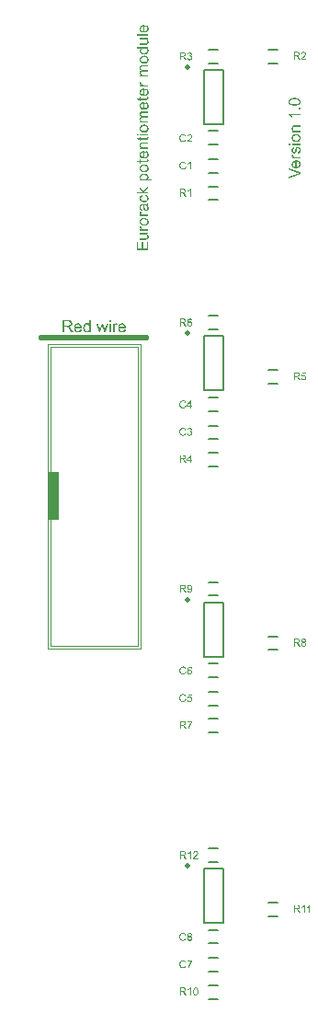
<source format=gto>
%FSLAX33Y33*%
%MOMM*%
%AMRR-H508000-W10160000-R152400-RO0.000*
21,1,9.8552,0.508,0.,0.,360*
21,1,10.16,0.2032,0.,0.,360*
1,1,0.3048,-4.9276,0.1016*
1,1,0.3048,4.9276,0.1016*
1,1,0.3048,4.9276,-0.1016*
1,1,0.3048,-4.9276,-0.1016*%
%ADD10C,0.15*%
%ADD11C,0.2*%
%ADD12C,0.500001X0.000003*%
%ADD13C,0.500001X0.000003*%
%ADD14C,0.1*%
%ADD15R,1.X4.5*%
%ADD16RR-H508000-W10160000-R152400-RO0.000*%
%ADD17C,0.500001X0.000003*%
%ADD18C,0.500001X0.000003*%
D10*
%LNtop silkscreen_traces*%
%LNtop silkscreen component 6f6f78eed2c1234c*%
G01*
X15585Y77275D02*
X16415Y77275D01*
X15585Y78525D02*
X16415Y78525D01*
G36*
X12889Y77600D02*
X12889Y78316D01*
X13206Y78316D01*
X13251Y78315D01*
X13291Y78311D01*
X13324Y78305D01*
X13352Y78297D01*
X13376Y78285D01*
X13397Y78270D01*
X13415Y78251D01*
X13431Y78228D01*
X13444Y78203D01*
X13454Y78177D01*
X13459Y78149D01*
X13461Y78121D01*
X13458Y78084D01*
X13449Y78050D01*
X13433Y78020D01*
X13412Y77992D01*
X13384Y77968D01*
X13349Y77949D01*
X13308Y77935D01*
X13284Y77930D01*
X13269Y78007D01*
X13289Y78013D01*
X13306Y78021D01*
X13321Y78031D01*
X13334Y78043D01*
X13345Y78056D01*
X13353Y78071D01*
X13359Y78087D01*
X13362Y78103D01*
X13364Y78121D01*
X13361Y78145D01*
X13354Y78167D01*
X13343Y78187D01*
X13327Y78204D01*
X13306Y78218D01*
X13279Y78229D01*
X13247Y78235D01*
X13210Y78237D01*
X12984Y78237D01*
X12984Y78000D01*
X12984Y78000D01*
X13187Y78000D01*
X13218Y78001D01*
X13245Y78003D01*
X13269Y78007D01*
X13284Y77930D01*
X13260Y77926D01*
X13277Y77917D01*
X13293Y77908D01*
X13306Y77899D01*
X13317Y77890D01*
X13337Y77870D01*
X13357Y77847D01*
X13376Y77822D01*
X13395Y77795D01*
X13520Y77600D01*
X13401Y77600D01*
X13306Y77749D01*
X13286Y77779D01*
X13268Y77806D01*
X13252Y77829D01*
X13238Y77848D01*
X13225Y77863D01*
X13212Y77877D01*
X13200Y77887D01*
X13190Y77895D01*
X13179Y77902D01*
X13168Y77907D01*
X13157Y77911D01*
X13146Y77914D01*
X13137Y77916D01*
X13125Y77917D01*
X13111Y77918D01*
X13094Y77918D01*
X12984Y77918D01*
X12984Y77600D01*
X12889Y77600D01*
X12889Y77600D01*
X13905Y77600D02*
X13817Y77600D01*
X13817Y78160D01*
X13800Y78145D01*
X13781Y78130D01*
X13758Y78115D01*
X13734Y78100D01*
X13709Y78085D01*
X13685Y78073D01*
X13663Y78063D01*
X13641Y78054D01*
X13641Y78139D01*
X13677Y78157D01*
X13711Y78177D01*
X13742Y78199D01*
X13770Y78223D01*
X13796Y78248D01*
X13817Y78272D01*
X13835Y78295D01*
X13848Y78319D01*
X13905Y78319D01*
X13905Y77600D01*
X13905Y77600D01*
G37*
%LNtop silkscreen component 54b877865c8c6b60*%
D11*
X15100Y59750D02*
X15100Y64750D01*
X16900Y59750D02*
X16900Y64750D01*
X15100Y64750D02*
X16900Y64750D01*
X15100Y59750D02*
X16900Y59750D01*
D12*
X13600Y65005D03*
%LNtop silkscreen component ec987d63ba6e90ee*%
D10*
X16415Y34625D02*
X15585Y34625D01*
X16415Y33375D02*
X15585Y33375D01*
G36*
X13398Y33876D02*
X13493Y33852D01*
X13475Y33797D01*
X13451Y33749D01*
X13422Y33708D01*
X13386Y33674D01*
X13345Y33647D01*
X13300Y33628D01*
X13250Y33617D01*
X13197Y33613D01*
X13141Y33616D01*
X13092Y33625D01*
X13047Y33639D01*
X13008Y33660D01*
X12974Y33686D01*
X12945Y33718D01*
X12919Y33754D01*
X12898Y33796D01*
X12881Y33842D01*
X12870Y33889D01*
X12863Y33938D01*
X12860Y33988D01*
X12863Y34042D01*
X12871Y34093D01*
X12884Y34140D01*
X12903Y34183D01*
X12927Y34222D01*
X12955Y34257D01*
X12987Y34286D01*
X13024Y34310D01*
X13065Y34329D01*
X13107Y34342D01*
X13152Y34350D01*
X13198Y34353D01*
X13250Y34350D01*
X13297Y34339D01*
X13340Y34322D01*
X13379Y34298D01*
X13413Y34268D01*
X13441Y34233D01*
X13464Y34191D01*
X13481Y34145D01*
X13388Y34123D01*
X13374Y34159D01*
X13357Y34190D01*
X13338Y34216D01*
X13315Y34236D01*
X13290Y34252D01*
X13262Y34263D01*
X13230Y34270D01*
X13196Y34272D01*
X13157Y34270D01*
X13120Y34262D01*
X13088Y34250D01*
X13058Y34232D01*
X13033Y34211D01*
X13011Y34186D01*
X12994Y34158D01*
X12980Y34126D01*
X12970Y34093D01*
X12963Y34059D01*
X12959Y34024D01*
X12958Y33989D01*
X12959Y33945D01*
X12964Y33903D01*
X12973Y33865D01*
X12984Y33829D01*
X13000Y33797D01*
X13018Y33770D01*
X13041Y33747D01*
X13067Y33728D01*
X13096Y33713D01*
X13126Y33702D01*
X13157Y33696D01*
X13189Y33694D01*
X13227Y33697D01*
X13262Y33705D01*
X13294Y33720D01*
X13324Y33740D01*
X13349Y33765D01*
X13370Y33797D01*
X13386Y33834D01*
X13398Y33876D01*
X13398Y33876D01*
X14030Y34166D02*
X13943Y34159D01*
X13936Y34183D01*
X13929Y34203D01*
X13920Y34220D01*
X13909Y34234D01*
X13891Y34250D01*
X13870Y34262D01*
X13847Y34269D01*
X13822Y34271D01*
X13801Y34270D01*
X13782Y34266D01*
X13764Y34258D01*
X13748Y34248D01*
X13728Y34231D01*
X13711Y34211D01*
X13695Y34187D01*
X13682Y34160D01*
X13672Y34128D01*
X13664Y34089D01*
X13659Y34045D01*
X13658Y33994D01*
X13704Y33958D01*
X13695Y33946D01*
X13682Y33920D01*
X13674Y33890D01*
X13671Y33857D01*
X13671Y33857D01*
X13672Y33834D01*
X13676Y33812D01*
X13682Y33791D01*
X13690Y33770D01*
X13701Y33751D01*
X13714Y33733D01*
X13728Y33719D01*
X13744Y33707D01*
X13762Y33697D01*
X13780Y33690D01*
X13798Y33686D01*
X13817Y33685D01*
X13844Y33688D01*
X13869Y33696D01*
X13892Y33710D01*
X13913Y33730D01*
X13930Y33754D01*
X13943Y33783D01*
X13950Y33815D01*
X13953Y33852D01*
X13950Y33887D01*
X13943Y33918D01*
X13931Y33946D01*
X13913Y33969D01*
X13892Y33988D01*
X13869Y34001D01*
X13843Y34009D01*
X13814Y34012D01*
X13785Y34009D01*
X13759Y34001D01*
X13735Y33988D01*
X13713Y33969D01*
X13704Y33958D01*
X13658Y33994D01*
X13674Y34017D01*
X13693Y34036D01*
X13713Y34053D01*
X13735Y34066D01*
X13758Y34076D01*
X13782Y34083D01*
X13806Y34088D01*
X13831Y34089D01*
X13874Y34085D01*
X13913Y34073D01*
X13948Y34053D01*
X13981Y34025D01*
X14008Y33990D01*
X14027Y33950D01*
X14039Y33906D01*
X14043Y33857D01*
X14041Y33824D01*
X14036Y33792D01*
X14026Y33762D01*
X14014Y33732D01*
X13998Y33705D01*
X13979Y33681D01*
X13958Y33661D01*
X13934Y33644D01*
X13908Y33630D01*
X13880Y33620D01*
X13850Y33615D01*
X13819Y33613D01*
X13766Y33618D01*
X13719Y33633D01*
X13677Y33658D01*
X13639Y33694D01*
X13609Y33741D01*
X13587Y33801D01*
X13574Y33874D01*
X13570Y33960D01*
X13575Y34057D01*
X13589Y34139D01*
X13613Y34208D01*
X13647Y34262D01*
X13683Y34298D01*
X13725Y34323D01*
X13773Y34339D01*
X13827Y34344D01*
X13867Y34341D01*
X13904Y34332D01*
X13937Y34317D01*
X13965Y34296D01*
X13990Y34270D01*
X14009Y34240D01*
X14022Y34205D01*
X14030Y34166D01*
X14030Y34166D01*
G37*
%LNtop silkscreen component bd244cdf4675282d*%
D11*
X15100Y84250D02*
X15100Y89250D01*
X16900Y84250D02*
X16900Y89250D01*
X15100Y89250D02*
X16900Y89250D01*
X15100Y84250D02*
X16900Y84250D01*
D13*
X13600Y89505D03*
%LNtop silkscreen component 6584c5d2434b7798*%
D10*
X15585Y52775D02*
X16415Y52775D01*
X15585Y54025D02*
X16415Y54025D01*
G36*
X12889Y53100D02*
X12889Y53816D01*
X13206Y53816D01*
X13251Y53815D01*
X13291Y53811D01*
X13324Y53805D01*
X13352Y53797D01*
X13376Y53785D01*
X13397Y53770D01*
X13415Y53751D01*
X13431Y53728D01*
X13444Y53703D01*
X13454Y53677D01*
X13459Y53649D01*
X13461Y53621D01*
X13458Y53584D01*
X13449Y53550D01*
X13433Y53520D01*
X13412Y53492D01*
X13384Y53468D01*
X13349Y53449D01*
X13308Y53435D01*
X13284Y53430D01*
X13269Y53507D01*
X13289Y53513D01*
X13306Y53521D01*
X13321Y53531D01*
X13334Y53543D01*
X13345Y53556D01*
X13353Y53571D01*
X13359Y53587D01*
X13362Y53603D01*
X13364Y53621D01*
X13361Y53645D01*
X13354Y53667D01*
X13343Y53687D01*
X13327Y53704D01*
X13306Y53718D01*
X13279Y53729D01*
X13247Y53735D01*
X13210Y53737D01*
X12984Y53737D01*
X12984Y53500D01*
X12984Y53500D01*
X13187Y53500D01*
X13218Y53501D01*
X13245Y53503D01*
X13269Y53507D01*
X13284Y53430D01*
X13260Y53426D01*
X13277Y53417D01*
X13293Y53408D01*
X13306Y53399D01*
X13317Y53390D01*
X13337Y53370D01*
X13357Y53347D01*
X13376Y53322D01*
X13395Y53295D01*
X13520Y53100D01*
X13401Y53100D01*
X13306Y53249D01*
X13286Y53279D01*
X13268Y53306D01*
X13252Y53329D01*
X13238Y53348D01*
X13225Y53363D01*
X13212Y53377D01*
X13200Y53387D01*
X13190Y53395D01*
X13179Y53402D01*
X13168Y53407D01*
X13157Y53411D01*
X13146Y53414D01*
X13137Y53416D01*
X13125Y53417D01*
X13111Y53418D01*
X13094Y53418D01*
X12984Y53418D01*
X12984Y53100D01*
X12889Y53100D01*
X12889Y53100D01*
X13856Y53100D02*
X13856Y53271D01*
X13545Y53271D01*
X13545Y53352D01*
X13800Y53714D01*
X13856Y53675D01*
X13632Y53352D01*
X13856Y53352D01*
X13856Y53352D01*
X13856Y53675D01*
X13800Y53714D01*
X13872Y53816D01*
X13944Y53816D01*
X13944Y53352D01*
X14040Y53352D01*
X14040Y53271D01*
X13944Y53271D01*
X13944Y53100D01*
X13856Y53100D01*
X13856Y53100D01*
G37*
%LNtop silkscreen component 4844c5e462a7c31c*%
X15585Y79775D02*
X16415Y79775D01*
X15585Y81025D02*
X16415Y81025D01*
G36*
X13398Y80351D02*
X13493Y80327D01*
X13475Y80272D01*
X13451Y80224D01*
X13422Y80183D01*
X13386Y80149D01*
X13345Y80122D01*
X13300Y80103D01*
X13250Y80092D01*
X13197Y80088D01*
X13141Y80091D01*
X13092Y80100D01*
X13047Y80114D01*
X13008Y80135D01*
X12974Y80161D01*
X12945Y80193D01*
X12919Y80229D01*
X12898Y80271D01*
X12881Y80317D01*
X12870Y80364D01*
X12863Y80413D01*
X12860Y80463D01*
X12863Y80517D01*
X12871Y80568D01*
X12884Y80615D01*
X12903Y80658D01*
X12927Y80697D01*
X12955Y80732D01*
X12987Y80761D01*
X13024Y80785D01*
X13065Y80804D01*
X13107Y80817D01*
X13152Y80825D01*
X13198Y80828D01*
X13250Y80825D01*
X13297Y80814D01*
X13340Y80797D01*
X13379Y80773D01*
X13413Y80743D01*
X13441Y80708D01*
X13464Y80666D01*
X13481Y80620D01*
X13388Y80598D01*
X13374Y80634D01*
X13357Y80665D01*
X13338Y80691D01*
X13315Y80711D01*
X13290Y80727D01*
X13262Y80738D01*
X13230Y80745D01*
X13196Y80747D01*
X13157Y80745D01*
X13120Y80737D01*
X13088Y80725D01*
X13058Y80707D01*
X13033Y80686D01*
X13011Y80661D01*
X12994Y80633D01*
X12980Y80601D01*
X12970Y80568D01*
X12963Y80534D01*
X12959Y80499D01*
X12958Y80464D01*
X12959Y80420D01*
X12964Y80378D01*
X12973Y80340D01*
X12984Y80304D01*
X13000Y80272D01*
X13018Y80245D01*
X13041Y80222D01*
X13067Y80203D01*
X13096Y80188D01*
X13126Y80177D01*
X13157Y80171D01*
X13189Y80169D01*
X13227Y80172D01*
X13262Y80180D01*
X13294Y80195D01*
X13324Y80215D01*
X13349Y80240D01*
X13370Y80272D01*
X13386Y80309D01*
X13398Y80351D01*
X13398Y80351D01*
X13905Y80100D02*
X13817Y80100D01*
X13817Y80660D01*
X13800Y80645D01*
X13781Y80630D01*
X13758Y80615D01*
X13734Y80600D01*
X13709Y80585D01*
X13685Y80573D01*
X13663Y80563D01*
X13641Y80554D01*
X13641Y80639D01*
X13677Y80657D01*
X13711Y80677D01*
X13742Y80699D01*
X13770Y80723D01*
X13796Y80748D01*
X13817Y80772D01*
X13835Y80795D01*
X13848Y80819D01*
X13905Y80819D01*
X13905Y80100D01*
X13905Y80100D01*
G37*
%LNtop silkscreen component dbf8c3d461c4a214*%
X15585Y3775D02*
X16415Y3775D01*
X15585Y5025D02*
X16415Y5025D01*
G36*
X12889Y4100D02*
X12889Y4816D01*
X13206Y4816D01*
X13251Y4815D01*
X13291Y4811D01*
X13324Y4805D01*
X13352Y4797D01*
X13376Y4785D01*
X13397Y4770D01*
X13415Y4751D01*
X13431Y4728D01*
X13444Y4703D01*
X13454Y4677D01*
X13459Y4649D01*
X13461Y4621D01*
X13458Y4584D01*
X13449Y4550D01*
X13433Y4520D01*
X13412Y4492D01*
X13384Y4468D01*
X13349Y4449D01*
X13308Y4435D01*
X13284Y4430D01*
X13269Y4507D01*
X13289Y4513D01*
X13306Y4521D01*
X13321Y4531D01*
X13334Y4543D01*
X13345Y4556D01*
X13353Y4571D01*
X13359Y4587D01*
X13362Y4603D01*
X13364Y4621D01*
X13361Y4645D01*
X13354Y4667D01*
X13343Y4687D01*
X13327Y4704D01*
X13306Y4718D01*
X13279Y4729D01*
X13247Y4735D01*
X13210Y4737D01*
X12984Y4737D01*
X12984Y4500D01*
X12984Y4500D01*
X13187Y4500D01*
X13218Y4501D01*
X13245Y4503D01*
X13269Y4507D01*
X13284Y4430D01*
X13260Y4426D01*
X13277Y4417D01*
X13293Y4408D01*
X13306Y4399D01*
X13317Y4390D01*
X13337Y4370D01*
X13357Y4347D01*
X13376Y4322D01*
X13395Y4295D01*
X13520Y4100D01*
X13401Y4100D01*
X13306Y4249D01*
X13286Y4279D01*
X13268Y4306D01*
X13252Y4329D01*
X13238Y4348D01*
X13225Y4363D01*
X13212Y4377D01*
X13200Y4387D01*
X13190Y4395D01*
X13179Y4402D01*
X13168Y4407D01*
X13157Y4411D01*
X13146Y4414D01*
X13137Y4416D01*
X13125Y4417D01*
X13111Y4418D01*
X13094Y4418D01*
X12984Y4418D01*
X12984Y4100D01*
X12889Y4100D01*
X12889Y4100D01*
X13905Y4100D02*
X13817Y4100D01*
X13817Y4660D01*
X13800Y4645D01*
X13781Y4630D01*
X13758Y4615D01*
X13734Y4600D01*
X13709Y4585D01*
X13685Y4573D01*
X13663Y4563D01*
X13641Y4554D01*
X13641Y4639D01*
X13677Y4657D01*
X13711Y4677D01*
X13742Y4699D01*
X13770Y4723D01*
X13796Y4748D01*
X13817Y4772D01*
X13835Y4795D01*
X13848Y4819D01*
X13905Y4819D01*
X13905Y4100D01*
X13905Y4100D01*
X14130Y4453D02*
X14132Y4513D01*
X14137Y4568D01*
X14145Y4616D01*
X14156Y4657D01*
X14171Y4694D01*
X14189Y4726D01*
X14210Y4754D01*
X14234Y4777D01*
X14261Y4795D01*
X14292Y4808D01*
X14326Y4816D01*
X14364Y4819D01*
X14392Y4817D01*
X14418Y4813D01*
X14442Y4806D01*
X14465Y4796D01*
X14485Y4783D01*
X14504Y4767D01*
X14521Y4749D01*
X14536Y4729D01*
X14550Y4706D01*
X14562Y4680D01*
X14572Y4652D01*
X14581Y4622D01*
X14588Y4588D01*
X14593Y4549D01*
X14596Y4504D01*
X14597Y4453D01*
X14595Y4393D01*
X14591Y4339D01*
X14582Y4291D01*
X14571Y4250D01*
X14557Y4213D01*
X14539Y4181D01*
X14518Y4153D01*
X14494Y4130D01*
X14466Y4112D01*
X14435Y4098D01*
X14401Y4090D01*
X14364Y4088D01*
X14357Y4088D01*
X14364Y4160D01*
X14393Y4164D01*
X14419Y4175D01*
X14444Y4193D01*
X14465Y4219D01*
X14483Y4255D01*
X14496Y4307D01*
X14504Y4372D01*
X14507Y4453D01*
X14504Y4534D01*
X14496Y4600D01*
X14483Y4651D01*
X14465Y4688D01*
X14444Y4713D01*
X14419Y4731D01*
X14392Y4742D01*
X14363Y4746D01*
X14334Y4743D01*
X14308Y4733D01*
X14286Y4717D01*
X14266Y4695D01*
X14246Y4655D01*
X14232Y4602D01*
X14223Y4534D01*
X14221Y4453D01*
X14221Y4453D01*
X14223Y4372D01*
X14231Y4306D01*
X14244Y4255D01*
X14262Y4218D01*
X14284Y4193D01*
X14308Y4175D01*
X14335Y4164D01*
X14364Y4160D01*
X14357Y4088D01*
X14315Y4092D01*
X14271Y4106D01*
X14233Y4130D01*
X14201Y4162D01*
X14170Y4214D01*
X14148Y4279D01*
X14135Y4359D01*
X14130Y4453D01*
X14130Y4453D01*
G37*
%LNtop silkscreen component ad66eb5f7ad9457e*%
X15585Y6275D02*
X16415Y6275D01*
X15585Y7525D02*
X16415Y7525D01*
G36*
X13398Y6851D02*
X13493Y6827D01*
X13475Y6772D01*
X13451Y6724D01*
X13422Y6683D01*
X13386Y6649D01*
X13345Y6622D01*
X13300Y6603D01*
X13250Y6592D01*
X13197Y6588D01*
X13141Y6591D01*
X13092Y6600D01*
X13047Y6614D01*
X13008Y6635D01*
X12974Y6661D01*
X12945Y6693D01*
X12919Y6729D01*
X12898Y6771D01*
X12881Y6817D01*
X12870Y6864D01*
X12863Y6913D01*
X12860Y6963D01*
X12863Y7017D01*
X12871Y7068D01*
X12884Y7115D01*
X12903Y7158D01*
X12927Y7197D01*
X12955Y7232D01*
X12987Y7261D01*
X13024Y7285D01*
X13065Y7304D01*
X13107Y7317D01*
X13152Y7325D01*
X13198Y7328D01*
X13250Y7325D01*
X13297Y7314D01*
X13340Y7297D01*
X13379Y7273D01*
X13413Y7243D01*
X13441Y7208D01*
X13464Y7166D01*
X13481Y7120D01*
X13388Y7098D01*
X13374Y7134D01*
X13357Y7165D01*
X13338Y7191D01*
X13315Y7211D01*
X13290Y7227D01*
X13262Y7238D01*
X13230Y7245D01*
X13196Y7247D01*
X13157Y7245D01*
X13120Y7237D01*
X13088Y7225D01*
X13058Y7207D01*
X13033Y7186D01*
X13011Y7161D01*
X12994Y7133D01*
X12980Y7101D01*
X12970Y7068D01*
X12963Y7034D01*
X12959Y6999D01*
X12958Y6964D01*
X12959Y6920D01*
X12964Y6878D01*
X12973Y6840D01*
X12984Y6804D01*
X13000Y6772D01*
X13018Y6745D01*
X13041Y6722D01*
X13067Y6703D01*
X13096Y6688D01*
X13126Y6677D01*
X13157Y6671D01*
X13189Y6669D01*
X13227Y6672D01*
X13262Y6680D01*
X13294Y6695D01*
X13324Y6715D01*
X13349Y6740D01*
X13370Y6772D01*
X13386Y6809D01*
X13398Y6851D01*
X13398Y6851D01*
X13580Y7222D02*
X13580Y7307D01*
X14043Y7307D01*
X14043Y7238D01*
X14009Y7199D01*
X13975Y7153D01*
X13941Y7102D01*
X13908Y7045D01*
X13876Y6984D01*
X13848Y6923D01*
X13824Y6860D01*
X13804Y6797D01*
X13792Y6751D01*
X13782Y6703D01*
X13775Y6652D01*
X13770Y6600D01*
X13680Y6600D01*
X13683Y6644D01*
X13689Y6693D01*
X13699Y6746D01*
X13713Y6804D01*
X13731Y6863D01*
X13752Y6922D01*
X13776Y6979D01*
X13804Y7035D01*
X13834Y7088D01*
X13865Y7137D01*
X13898Y7182D01*
X13930Y7222D01*
X13580Y7222D01*
X13580Y7222D01*
G37*
%LNtop silkscreen component f1d5df593f81f1a4*%
X16415Y42125D02*
X15585Y42125D01*
X16415Y40875D02*
X15585Y40875D01*
G36*
X12889Y41150D02*
X12889Y41866D01*
X13206Y41866D01*
X13251Y41865D01*
X13291Y41861D01*
X13324Y41855D01*
X13352Y41847D01*
X13376Y41835D01*
X13397Y41820D01*
X13415Y41801D01*
X13431Y41778D01*
X13444Y41753D01*
X13454Y41727D01*
X13459Y41699D01*
X13461Y41671D01*
X13458Y41634D01*
X13449Y41600D01*
X13433Y41570D01*
X13412Y41542D01*
X13384Y41518D01*
X13349Y41499D01*
X13308Y41485D01*
X13284Y41480D01*
X13269Y41557D01*
X13289Y41563D01*
X13306Y41571D01*
X13321Y41581D01*
X13334Y41593D01*
X13345Y41606D01*
X13353Y41621D01*
X13359Y41637D01*
X13362Y41653D01*
X13364Y41671D01*
X13361Y41695D01*
X13354Y41717D01*
X13343Y41737D01*
X13327Y41754D01*
X13306Y41768D01*
X13279Y41779D01*
X13247Y41785D01*
X13210Y41787D01*
X12984Y41787D01*
X12984Y41550D01*
X12984Y41550D01*
X13187Y41550D01*
X13218Y41551D01*
X13245Y41553D01*
X13269Y41557D01*
X13284Y41480D01*
X13260Y41476D01*
X13277Y41467D01*
X13293Y41458D01*
X13306Y41449D01*
X13317Y41440D01*
X13337Y41420D01*
X13357Y41397D01*
X13376Y41372D01*
X13395Y41345D01*
X13520Y41150D01*
X13401Y41150D01*
X13306Y41299D01*
X13286Y41329D01*
X13268Y41356D01*
X13252Y41379D01*
X13238Y41398D01*
X13225Y41413D01*
X13212Y41427D01*
X13200Y41437D01*
X13190Y41445D01*
X13179Y41452D01*
X13168Y41457D01*
X13157Y41461D01*
X13146Y41464D01*
X13137Y41466D01*
X13125Y41467D01*
X13111Y41468D01*
X13094Y41468D01*
X12984Y41468D01*
X12984Y41150D01*
X12889Y41150D01*
X12889Y41150D01*
X13587Y41316D02*
X13672Y41323D01*
X13678Y41296D01*
X13687Y41272D01*
X13699Y41252D01*
X13713Y41237D01*
X13729Y41225D01*
X13747Y41217D01*
X13768Y41212D01*
X13790Y41210D01*
X13810Y41211D01*
X13828Y41215D01*
X13846Y41220D01*
X13861Y41229D01*
X13876Y41239D01*
X13889Y41250D01*
X13901Y41263D01*
X13911Y41278D01*
X13921Y41295D01*
X13929Y41315D01*
X13937Y41337D01*
X13944Y41362D01*
X13950Y41388D01*
X13954Y41415D01*
X13957Y41442D01*
X13957Y41469D01*
X13957Y41473D01*
X13957Y41477D01*
X13957Y41481D01*
X13957Y41487D01*
X13913Y41519D01*
X13925Y41536D01*
X13937Y41564D01*
X13945Y41596D01*
X13947Y41631D01*
X13947Y41631D01*
X13945Y41667D01*
X13937Y41699D01*
X13924Y41727D01*
X13907Y41752D01*
X13886Y41771D01*
X13862Y41785D01*
X13837Y41793D01*
X13810Y41796D01*
X13782Y41793D01*
X13755Y41784D01*
X13730Y41769D01*
X13708Y41748D01*
X13689Y41722D01*
X13675Y41693D01*
X13667Y41660D01*
X13664Y41624D01*
X13667Y41592D01*
X13675Y41562D01*
X13688Y41536D01*
X13706Y41513D01*
X13727Y41494D01*
X13752Y41481D01*
X13778Y41473D01*
X13807Y41470D01*
X13837Y41473D01*
X13863Y41481D01*
X13887Y41494D01*
X13908Y41513D01*
X13913Y41519D01*
X13957Y41487D01*
X13942Y41467D01*
X13926Y41449D01*
X13906Y41433D01*
X13885Y41419D01*
X13862Y41407D01*
X13837Y41399D01*
X13812Y41394D01*
X13786Y41393D01*
X13743Y41397D01*
X13704Y41409D01*
X13668Y41429D01*
X13636Y41457D01*
X13609Y41492D01*
X13589Y41532D01*
X13578Y41577D01*
X13574Y41627D01*
X13578Y41679D01*
X13590Y41725D01*
X13610Y41766D01*
X13638Y41802D01*
X13672Y41831D01*
X13711Y41852D01*
X13753Y41865D01*
X13799Y41869D01*
X13833Y41866D01*
X13866Y41859D01*
X13897Y41848D01*
X13927Y41831D01*
X13954Y41810D01*
X13978Y41786D01*
X13998Y41757D01*
X14015Y41724D01*
X14028Y41685D01*
X14037Y41639D01*
X14043Y41585D01*
X14045Y41523D01*
X14043Y41457D01*
X14037Y41399D01*
X14028Y41348D01*
X14015Y41304D01*
X13998Y41266D01*
X13978Y41232D01*
X13954Y41204D01*
X13926Y41180D01*
X13896Y41162D01*
X13862Y41148D01*
X13827Y41140D01*
X13788Y41138D01*
X13748Y41141D01*
X13712Y41149D01*
X13680Y41164D01*
X13651Y41184D01*
X13627Y41210D01*
X13609Y41241D01*
X13595Y41276D01*
X13587Y41316D01*
X13587Y41316D01*
G37*
%LNtop silkscreen component 1e8cbf461f4e0159*%
X15585Y55275D02*
X16415Y55275D01*
X15585Y56525D02*
X16415Y56525D01*
G36*
X13398Y55851D02*
X13493Y55827D01*
X13475Y55772D01*
X13451Y55724D01*
X13422Y55683D01*
X13386Y55649D01*
X13345Y55622D01*
X13300Y55603D01*
X13250Y55592D01*
X13197Y55588D01*
X13141Y55591D01*
X13092Y55600D01*
X13047Y55614D01*
X13008Y55635D01*
X12974Y55661D01*
X12945Y55693D01*
X12919Y55729D01*
X12898Y55771D01*
X12881Y55817D01*
X12870Y55864D01*
X12863Y55913D01*
X12860Y55963D01*
X12863Y56017D01*
X12871Y56068D01*
X12884Y56115D01*
X12903Y56158D01*
X12927Y56197D01*
X12955Y56232D01*
X12987Y56261D01*
X13024Y56285D01*
X13065Y56304D01*
X13107Y56317D01*
X13152Y56325D01*
X13198Y56328D01*
X13250Y56325D01*
X13297Y56314D01*
X13340Y56297D01*
X13379Y56273D01*
X13413Y56243D01*
X13441Y56208D01*
X13464Y56166D01*
X13481Y56120D01*
X13388Y56098D01*
X13374Y56134D01*
X13357Y56165D01*
X13338Y56191D01*
X13315Y56211D01*
X13290Y56227D01*
X13262Y56238D01*
X13230Y56245D01*
X13196Y56247D01*
X13157Y56245D01*
X13120Y56237D01*
X13088Y56225D01*
X13058Y56207D01*
X13033Y56186D01*
X13011Y56161D01*
X12994Y56133D01*
X12980Y56101D01*
X12970Y56068D01*
X12963Y56034D01*
X12959Y55999D01*
X12958Y55964D01*
X12959Y55920D01*
X12964Y55878D01*
X12973Y55840D01*
X12984Y55804D01*
X13000Y55772D01*
X13018Y55745D01*
X13041Y55722D01*
X13067Y55703D01*
X13096Y55688D01*
X13126Y55677D01*
X13157Y55671D01*
X13189Y55669D01*
X13227Y55672D01*
X13262Y55680D01*
X13294Y55695D01*
X13324Y55715D01*
X13349Y55740D01*
X13370Y55772D01*
X13386Y55809D01*
X13398Y55851D01*
X13398Y55851D01*
X13575Y55789D02*
X13662Y55801D01*
X13671Y55766D01*
X13683Y55736D01*
X13697Y55712D01*
X13714Y55693D01*
X13733Y55679D01*
X13754Y55668D01*
X13777Y55662D01*
X13803Y55660D01*
X13832Y55663D01*
X13860Y55671D01*
X13885Y55684D01*
X13907Y55703D01*
X13926Y55726D01*
X13939Y55751D01*
X13947Y55779D01*
X13950Y55809D01*
X13948Y55838D01*
X13940Y55865D01*
X13928Y55888D01*
X13910Y55909D01*
X13889Y55927D01*
X13866Y55939D01*
X13839Y55946D01*
X13810Y55949D01*
X13797Y55948D01*
X13782Y55946D01*
X13766Y55943D01*
X13748Y55939D01*
X13758Y56016D01*
X13762Y56016D01*
X13766Y56015D01*
X13769Y56015D01*
X13772Y56015D01*
X13799Y56017D01*
X13825Y56022D01*
X13850Y56032D01*
X13873Y56044D01*
X13893Y56061D01*
X13907Y56082D01*
X13915Y56106D01*
X13918Y56135D01*
X13916Y56158D01*
X13910Y56179D01*
X13899Y56198D01*
X13885Y56215D01*
X13868Y56229D01*
X13848Y56239D01*
X13825Y56245D01*
X13801Y56246D01*
X13776Y56244D01*
X13754Y56238D01*
X13733Y56228D01*
X13715Y56214D01*
X13700Y56196D01*
X13687Y56174D01*
X13678Y56148D01*
X13671Y56118D01*
X13583Y56133D01*
X13594Y56175D01*
X13610Y56212D01*
X13631Y56243D01*
X13657Y56270D01*
X13687Y56291D01*
X13721Y56307D01*
X13758Y56316D01*
X13799Y56319D01*
X13827Y56317D01*
X13855Y56312D01*
X13881Y56305D01*
X13907Y56294D01*
X13930Y56280D01*
X13950Y56264D01*
X13967Y56246D01*
X13982Y56225D01*
X13993Y56203D01*
X14002Y56180D01*
X14006Y56157D01*
X14008Y56133D01*
X14007Y56110D01*
X14002Y56088D01*
X13994Y56068D01*
X13983Y56048D01*
X13969Y56030D01*
X13952Y56014D01*
X13932Y56000D01*
X13909Y55988D01*
X13939Y55978D01*
X13966Y55965D01*
X13989Y55948D01*
X14008Y55927D01*
X14023Y55902D01*
X14034Y55875D01*
X14041Y55845D01*
X14043Y55811D01*
X14039Y55766D01*
X14026Y55725D01*
X14005Y55687D01*
X13975Y55652D01*
X13938Y55624D01*
X13898Y55604D01*
X13852Y55591D01*
X13802Y55587D01*
X13757Y55591D01*
X13716Y55601D01*
X13679Y55619D01*
X13646Y55643D01*
X13618Y55674D01*
X13597Y55708D01*
X13582Y55746D01*
X13575Y55789D01*
X13575Y55789D01*
G37*
%LNtop silkscreen component 342f6c2ee5101998*%
D14*
X0750Y36000D02*
X0750Y64000D01*
X9250Y64000*
X9250Y36000*
X0750Y36000*
X1000Y36250D02*
X1000Y63750D01*
X9000Y63750*
X9000Y36250*
X1000Y36250*
D15*
X1250Y50025D03*
D16*
X5000Y64605D03*
G36*
X2113Y65138D02*
X2113Y66229D01*
X2597Y66229D01*
X2665Y66227D01*
X2725Y66222D01*
X2776Y66212D01*
X2819Y66200D01*
X2855Y66182D01*
X2887Y66159D01*
X2915Y66130D01*
X2940Y66096D01*
X2960Y66058D01*
X2974Y66017D01*
X2982Y65975D01*
X2985Y65931D01*
X2981Y65875D01*
X2966Y65824D01*
X2943Y65778D01*
X2910Y65736D01*
X2867Y65699D01*
X2814Y65670D01*
X2751Y65649D01*
X2715Y65642D01*
X2692Y65759D01*
X2723Y65768D01*
X2749Y65780D01*
X2772Y65795D01*
X2791Y65812D01*
X2807Y65833D01*
X2820Y65856D01*
X2829Y65880D01*
X2835Y65905D01*
X2836Y65931D01*
X2833Y65968D01*
X2822Y66002D01*
X2805Y66032D01*
X2780Y66059D01*
X2748Y66080D01*
X2708Y66096D01*
X2659Y66105D01*
X2603Y66108D01*
X2257Y66108D01*
X2257Y65747D01*
X2257Y65747D01*
X2568Y65747D01*
X2615Y65749D01*
X2656Y65753D01*
X2692Y65759D01*
X2715Y65642D01*
X2678Y65634D01*
X2705Y65621D01*
X2728Y65607D01*
X2748Y65593D01*
X2765Y65580D01*
X2796Y65549D01*
X2827Y65515D01*
X2856Y65477D01*
X2885Y65435D01*
X3075Y65138D01*
X2893Y65138D01*
X2749Y65365D01*
X2718Y65411D01*
X2691Y65452D01*
X2666Y65486D01*
X2644Y65515D01*
X2625Y65539D01*
X2606Y65560D01*
X2588Y65576D01*
X2571Y65588D01*
X2555Y65598D01*
X2538Y65606D01*
X2522Y65612D01*
X2505Y65617D01*
X2491Y65620D01*
X2473Y65621D01*
X2451Y65622D01*
X2425Y65622D01*
X2257Y65622D01*
X2257Y65138D01*
X2113Y65138D01*
X2113Y65138D01*
X3735Y65392D02*
X3874Y65375D01*
X3854Y65318D01*
X3827Y65268D01*
X3793Y65224D01*
X3752Y65187D01*
X3705Y65158D01*
X3652Y65137D01*
X3592Y65124D01*
X3526Y65120D01*
X3444Y65127D01*
X3371Y65147D01*
X3307Y65180D01*
X3251Y65227D01*
X3207Y65286D01*
X3175Y65355D01*
X3156Y65435D01*
X3150Y65526D01*
X3156Y65621D01*
X3175Y65704D01*
X3207Y65775D01*
X3252Y65836D01*
X3308Y65884D01*
X3370Y65919D01*
X3441Y65939D01*
X3519Y65946D01*
X3530Y65945D01*
X3520Y65836D01*
X3476Y65832D01*
X3435Y65821D01*
X3398Y65801D01*
X3365Y65774D01*
X3337Y65741D01*
X3316Y65702D01*
X3302Y65658D01*
X3296Y65609D01*
X3296Y65609D01*
X3737Y65609D01*
X3730Y65656D01*
X3720Y65696D01*
X3705Y65731D01*
X3686Y65759D01*
X3652Y65792D01*
X3613Y65817D01*
X3569Y65831D01*
X3520Y65836D01*
X3530Y65945D01*
X3594Y65939D01*
X3663Y65919D01*
X3724Y65885D01*
X3778Y65838D01*
X3822Y65779D01*
X3853Y65708D01*
X3872Y65627D01*
X3878Y65535D01*
X3878Y65528D01*
X3878Y65520D01*
X3878Y65510D01*
X3877Y65499D01*
X3288Y65499D01*
X3296Y65438D01*
X3310Y65384D01*
X3332Y65338D01*
X3362Y65299D01*
X3397Y65269D01*
X3436Y65248D01*
X3480Y65235D01*
X3527Y65230D01*
X3562Y65233D01*
X3595Y65240D01*
X3625Y65252D01*
X3653Y65269D01*
X3677Y65291D01*
X3699Y65319D01*
X3719Y65353D01*
X3735Y65392D01*
X3735Y65392D01*
X4555Y65138D02*
X4555Y65238D01*
X4494Y65300D01*
X4496Y65302D01*
X4522Y65343D01*
X4542Y65393D01*
X4553Y65452D01*
X4557Y65521D01*
X4553Y65597D01*
X4541Y65662D01*
X4522Y65716D01*
X4494Y65759D01*
X4461Y65793D01*
X4425Y65816D01*
X4384Y65831D01*
X4340Y65835D01*
X4298Y65831D01*
X4258Y65817D01*
X4223Y65794D01*
X4191Y65762D01*
X4165Y65721D01*
X4146Y65668D01*
X4135Y65606D01*
X4131Y65532D01*
X4131Y65532D01*
X4135Y65461D01*
X4147Y65400D01*
X4167Y65348D01*
X4195Y65305D01*
X4229Y65273D01*
X4265Y65249D01*
X4304Y65235D01*
X4346Y65230D01*
X4389Y65235D01*
X4428Y65248D01*
X4463Y65271D01*
X4494Y65300D01*
X4555Y65238D01*
X4513Y65186D01*
X4462Y65150D01*
X4402Y65127D01*
X4334Y65120D01*
X4287Y65123D01*
X4243Y65133D01*
X4200Y65149D01*
X4160Y65172D01*
X4123Y65201D01*
X4090Y65235D01*
X4061Y65274D01*
X4037Y65318D01*
X4018Y65366D01*
X4004Y65418D01*
X3996Y65473D01*
X3994Y65532D01*
X3996Y65590D01*
X4003Y65645D01*
X4016Y65698D01*
X4033Y65747D01*
X4055Y65792D01*
X4082Y65832D01*
X4114Y65866D01*
X4151Y65895D01*
X4192Y65917D01*
X4235Y65933D01*
X4280Y65943D01*
X4328Y65946D01*
X4362Y65944D01*
X4395Y65939D01*
X4426Y65929D01*
X4455Y65916D01*
X4482Y65900D01*
X4506Y65881D01*
X4527Y65861D01*
X4546Y65837D01*
X4546Y66229D01*
X4679Y66229D01*
X4679Y65138D01*
X4555Y65138D01*
X4555Y65138D01*
X5459Y65138D02*
X5217Y65928D01*
X5355Y65928D01*
X5481Y65472D01*
X5528Y65302D01*
X5532Y65317D01*
X5540Y65350D01*
X5552Y65399D01*
X5569Y65465D01*
X5695Y65928D01*
X5832Y65928D01*
X5951Y65470D01*
X5990Y65319D01*
X6036Y65471D01*
X6171Y65928D01*
X6301Y65928D01*
X6054Y65138D01*
X5915Y65138D01*
X5789Y65611D01*
X5759Y65746D01*
X5599Y65138D01*
X5459Y65138D01*
X5459Y65138D01*
X6414Y65138D02*
X6414Y65928D01*
X6548Y65928D01*
X6548Y65138D01*
X6414Y65138D01*
X6414Y65138D01*
X6414Y66075D02*
X6414Y66229D01*
X6548Y66229D01*
X6548Y66075D01*
X6414Y66075D01*
X6414Y66075D01*
X6751Y65138D02*
X6751Y65928D01*
X6871Y65928D01*
X6871Y65808D01*
X6894Y65847D01*
X6916Y65878D01*
X6936Y65902D01*
X6956Y65919D01*
X6976Y65931D01*
X6997Y65939D01*
X7019Y65944D01*
X7042Y65946D01*
X7076Y65943D01*
X7111Y65935D01*
X7145Y65922D01*
X7180Y65903D01*
X7134Y65779D01*
X7109Y65791D01*
X7085Y65800D01*
X7060Y65806D01*
X7036Y65808D01*
X7014Y65806D01*
X6994Y65801D01*
X6975Y65793D01*
X6957Y65781D01*
X6940Y65767D01*
X6927Y65750D01*
X6916Y65730D01*
X6907Y65708D01*
X6897Y65671D01*
X6890Y65633D01*
X6886Y65593D01*
X6885Y65552D01*
X6885Y65138D01*
X6751Y65138D01*
X6751Y65138D01*
X7801Y65392D02*
X7939Y65375D01*
X7919Y65318D01*
X7892Y65268D01*
X7858Y65224D01*
X7818Y65187D01*
X7770Y65158D01*
X7717Y65137D01*
X7657Y65124D01*
X7591Y65120D01*
X7509Y65127D01*
X7436Y65147D01*
X7372Y65180D01*
X7316Y65227D01*
X7272Y65286D01*
X7240Y65355D01*
X7221Y65435D01*
X7215Y65526D01*
X7221Y65621D01*
X7241Y65704D01*
X7273Y65775D01*
X7318Y65836D01*
X7373Y65884D01*
X7436Y65919D01*
X7506Y65939D01*
X7584Y65946D01*
X7595Y65945D01*
X7585Y65836D01*
X7541Y65832D01*
X7501Y65821D01*
X7464Y65801D01*
X7430Y65774D01*
X7402Y65741D01*
X7382Y65702D01*
X7368Y65658D01*
X7361Y65609D01*
X7361Y65609D01*
X7802Y65609D01*
X7796Y65656D01*
X7785Y65696D01*
X7770Y65731D01*
X7751Y65759D01*
X7717Y65792D01*
X7678Y65817D01*
X7634Y65831D01*
X7585Y65836D01*
X7595Y65945D01*
X7660Y65939D01*
X7728Y65919D01*
X7789Y65885D01*
X7843Y65838D01*
X7887Y65779D01*
X7918Y65708D01*
X7937Y65627D01*
X7943Y65535D01*
X7943Y65528D01*
X7943Y65520D01*
X7943Y65510D01*
X7943Y65499D01*
X7353Y65499D01*
X7361Y65438D01*
X7375Y65384D01*
X7398Y65338D01*
X7427Y65299D01*
X7462Y65269D01*
X7501Y65248D01*
X7545Y65235D01*
X7592Y65230D01*
X7628Y65233D01*
X7660Y65240D01*
X7691Y65252D01*
X7718Y65269D01*
X7743Y65291D01*
X7765Y65319D01*
X7784Y65353D01*
X7801Y65392D01*
X7801Y65392D01*
G37*
%LNtop silkscreen component bc9c7dcd28bf355d*%
D10*
X21085Y89875D02*
X21915Y89875D01*
X21085Y91125D02*
X21915Y91125D01*
G36*
X23389Y90200D02*
X23389Y90916D01*
X23706Y90916D01*
X23751Y90915D01*
X23791Y90911D01*
X23824Y90905D01*
X23852Y90897D01*
X23876Y90885D01*
X23897Y90870D01*
X23915Y90851D01*
X23931Y90828D01*
X23944Y90803D01*
X23954Y90777D01*
X23959Y90749D01*
X23961Y90721D01*
X23958Y90684D01*
X23949Y90650D01*
X23933Y90620D01*
X23912Y90592D01*
X23884Y90568D01*
X23849Y90549D01*
X23808Y90535D01*
X23784Y90530D01*
X23769Y90607D01*
X23789Y90613D01*
X23806Y90621D01*
X23821Y90631D01*
X23834Y90643D01*
X23845Y90656D01*
X23853Y90671D01*
X23859Y90687D01*
X23862Y90703D01*
X23864Y90721D01*
X23861Y90745D01*
X23854Y90767D01*
X23843Y90787D01*
X23827Y90804D01*
X23806Y90818D01*
X23779Y90829D01*
X23747Y90835D01*
X23710Y90837D01*
X23484Y90837D01*
X23484Y90600D01*
X23484Y90600D01*
X23687Y90600D01*
X23718Y90601D01*
X23745Y90603D01*
X23769Y90607D01*
X23784Y90530D01*
X23760Y90526D01*
X23777Y90517D01*
X23793Y90508D01*
X23806Y90499D01*
X23817Y90490D01*
X23837Y90470D01*
X23857Y90447D01*
X23876Y90422D01*
X23895Y90395D01*
X24020Y90200D01*
X23901Y90200D01*
X23806Y90349D01*
X23786Y90379D01*
X23768Y90406D01*
X23752Y90429D01*
X23738Y90448D01*
X23725Y90463D01*
X23712Y90477D01*
X23700Y90487D01*
X23690Y90495D01*
X23679Y90502D01*
X23668Y90507D01*
X23657Y90511D01*
X23646Y90514D01*
X23637Y90516D01*
X23625Y90517D01*
X23611Y90518D01*
X23594Y90518D01*
X23484Y90518D01*
X23484Y90200D01*
X23389Y90200D01*
X23389Y90200D01*
X24536Y90284D02*
X24536Y90200D01*
X24063Y90200D01*
X24063Y90216D01*
X24065Y90231D01*
X24068Y90246D01*
X24073Y90261D01*
X24083Y90285D01*
X24097Y90309D01*
X24112Y90333D01*
X24131Y90356D01*
X24153Y90381D01*
X24180Y90407D01*
X24211Y90435D01*
X24246Y90465D01*
X24300Y90510D01*
X24344Y90550D01*
X24378Y90586D01*
X24404Y90616D01*
X24422Y90644D01*
X24434Y90671D01*
X24442Y90697D01*
X24445Y90722D01*
X24442Y90747D01*
X24435Y90770D01*
X24424Y90791D01*
X24407Y90810D01*
X24387Y90826D01*
X24364Y90837D01*
X24338Y90844D01*
X24310Y90846D01*
X24280Y90844D01*
X24253Y90836D01*
X24229Y90825D01*
X24208Y90808D01*
X24192Y90787D01*
X24180Y90762D01*
X24172Y90734D01*
X24170Y90702D01*
X24079Y90712D01*
X24087Y90759D01*
X24102Y90801D01*
X24122Y90836D01*
X24149Y90866D01*
X24182Y90889D01*
X24220Y90906D01*
X24263Y90915D01*
X24312Y90919D01*
X24361Y90915D01*
X24404Y90904D01*
X24442Y90887D01*
X24475Y90862D01*
X24501Y90831D01*
X24520Y90798D01*
X24531Y90761D01*
X24535Y90720D01*
X24534Y90699D01*
X24531Y90677D01*
X24525Y90656D01*
X24517Y90636D01*
X24507Y90615D01*
X24494Y90593D01*
X24478Y90571D01*
X24459Y90548D01*
X24435Y90523D01*
X24405Y90494D01*
X24368Y90460D01*
X24324Y90422D01*
X24288Y90392D01*
X24259Y90366D01*
X24237Y90347D01*
X24222Y90332D01*
X24211Y90320D01*
X24201Y90308D01*
X24193Y90296D01*
X24185Y90284D01*
X24536Y90284D01*
X24536Y90284D01*
G37*
%LNtop silkscreen component fc347e21ca2c40c2*%
X16415Y10125D02*
X15585Y10125D01*
X16415Y8875D02*
X15585Y8875D01*
G36*
X13398Y9376D02*
X13493Y9352D01*
X13475Y9297D01*
X13451Y9249D01*
X13422Y9208D01*
X13386Y9174D01*
X13345Y9147D01*
X13300Y9128D01*
X13250Y9117D01*
X13197Y9113D01*
X13141Y9116D01*
X13092Y9125D01*
X13047Y9139D01*
X13008Y9160D01*
X12974Y9186D01*
X12945Y9218D01*
X12919Y9254D01*
X12898Y9296D01*
X12881Y9342D01*
X12870Y9389D01*
X12863Y9438D01*
X12860Y9488D01*
X12863Y9542D01*
X12871Y9593D01*
X12884Y9640D01*
X12903Y9683D01*
X12927Y9722D01*
X12955Y9757D01*
X12987Y9786D01*
X13024Y9810D01*
X13065Y9829D01*
X13107Y9842D01*
X13152Y9850D01*
X13198Y9853D01*
X13250Y9850D01*
X13297Y9839D01*
X13340Y9822D01*
X13379Y9798D01*
X13413Y9768D01*
X13441Y9733D01*
X13464Y9691D01*
X13481Y9645D01*
X13388Y9623D01*
X13374Y9659D01*
X13357Y9690D01*
X13338Y9716D01*
X13315Y9736D01*
X13290Y9752D01*
X13262Y9763D01*
X13230Y9770D01*
X13196Y9772D01*
X13157Y9770D01*
X13120Y9762D01*
X13088Y9750D01*
X13058Y9732D01*
X13033Y9711D01*
X13011Y9686D01*
X12994Y9658D01*
X12980Y9626D01*
X12970Y9593D01*
X12963Y9559D01*
X12959Y9524D01*
X12958Y9489D01*
X12959Y9445D01*
X12964Y9403D01*
X12973Y9365D01*
X12984Y9329D01*
X13000Y9297D01*
X13018Y9270D01*
X13041Y9247D01*
X13067Y9228D01*
X13096Y9213D01*
X13126Y9202D01*
X13157Y9196D01*
X13189Y9194D01*
X13227Y9197D01*
X13262Y9205D01*
X13294Y9220D01*
X13324Y9240D01*
X13349Y9265D01*
X13370Y9297D01*
X13386Y9334D01*
X13398Y9376D01*
X13398Y9376D01*
X13709Y9513D02*
X13738Y9458D01*
X13726Y9452D01*
X13704Y9434D01*
X13686Y9412D01*
X13674Y9388D01*
X13666Y9361D01*
X13663Y9332D01*
X13663Y9332D01*
X13665Y9313D01*
X13668Y9295D01*
X13673Y9277D01*
X13681Y9259D01*
X13691Y9242D01*
X13703Y9228D01*
X13718Y9215D01*
X13734Y9204D01*
X13752Y9196D01*
X13771Y9190D01*
X13790Y9186D01*
X13810Y9185D01*
X13840Y9188D01*
X13867Y9195D01*
X13892Y9208D01*
X13914Y9226D01*
X13932Y9247D01*
X13945Y9272D01*
X13952Y9299D01*
X13955Y9329D01*
X13952Y9359D01*
X13944Y9387D01*
X13931Y9411D01*
X13913Y9434D01*
X13890Y9452D01*
X13865Y9465D01*
X13837Y9473D01*
X13807Y9475D01*
X13777Y9473D01*
X13750Y9465D01*
X13738Y9458D01*
X13709Y9513D01*
X13742Y9565D01*
X13762Y9555D01*
X13784Y9549D01*
X13809Y9547D01*
X13834Y9549D01*
X13856Y9555D01*
X13875Y9565D01*
X13893Y9579D01*
X13907Y9596D01*
X13917Y9614D01*
X13923Y9635D01*
X13925Y9657D01*
X13923Y9680D01*
X13917Y9702D01*
X13906Y9721D01*
X13892Y9739D01*
X13874Y9753D01*
X13854Y9763D01*
X13832Y9769D01*
X13808Y9771D01*
X13784Y9769D01*
X13762Y9763D01*
X13743Y9753D01*
X13725Y9739D01*
X13710Y9722D01*
X13700Y9704D01*
X13694Y9684D01*
X13692Y9662D01*
X13692Y9662D01*
X13694Y9638D01*
X13700Y9616D01*
X13710Y9596D01*
X13724Y9579D01*
X13742Y9565D01*
X13709Y9513D01*
X13684Y9524D01*
X13662Y9537D01*
X13643Y9553D01*
X13628Y9570D01*
X13617Y9590D01*
X13608Y9611D01*
X13604Y9634D01*
X13602Y9659D01*
X13605Y9697D01*
X13616Y9731D01*
X13633Y9762D01*
X13658Y9791D01*
X13688Y9814D01*
X13723Y9830D01*
X13763Y9840D01*
X13807Y9844D01*
X13852Y9840D01*
X13892Y9830D01*
X13927Y9813D01*
X13958Y9789D01*
X13983Y9761D01*
X14001Y9729D01*
X14012Y9694D01*
X14015Y9657D01*
X14014Y9633D01*
X14009Y9610D01*
X14001Y9589D01*
X13989Y9570D01*
X13975Y9553D01*
X13956Y9537D01*
X13935Y9524D01*
X13910Y9513D01*
X13941Y9501D01*
X13968Y9485D01*
X13991Y9466D01*
X14010Y9444D01*
X14025Y9419D01*
X14036Y9391D01*
X14043Y9362D01*
X14045Y9330D01*
X14041Y9286D01*
X14029Y9245D01*
X14008Y9208D01*
X13980Y9175D01*
X13945Y9148D01*
X13905Y9128D01*
X13859Y9117D01*
X13809Y9113D01*
X13758Y9117D01*
X13713Y9128D01*
X13673Y9148D01*
X13638Y9176D01*
X13610Y9209D01*
X13589Y9246D01*
X13577Y9287D01*
X13573Y9332D01*
X13575Y9366D01*
X13582Y9396D01*
X13593Y9424D01*
X13608Y9449D01*
X13628Y9471D01*
X13651Y9489D01*
X13678Y9503D01*
X13709Y9513D01*
X13709Y9513D01*
G37*
%LNtop silkscreen component a7ff6b6d77965276*%
X16415Y83625D02*
X15585Y83625D01*
X16415Y82375D02*
X15585Y82375D01*
G36*
X13398Y82876D02*
X13493Y82852D01*
X13475Y82797D01*
X13451Y82749D01*
X13422Y82708D01*
X13386Y82674D01*
X13345Y82647D01*
X13300Y82628D01*
X13250Y82617D01*
X13197Y82613D01*
X13141Y82616D01*
X13092Y82625D01*
X13047Y82639D01*
X13008Y82660D01*
X12974Y82686D01*
X12945Y82718D01*
X12919Y82754D01*
X12898Y82796D01*
X12881Y82842D01*
X12870Y82889D01*
X12863Y82938D01*
X12860Y82988D01*
X12863Y83042D01*
X12871Y83093D01*
X12884Y83140D01*
X12903Y83183D01*
X12927Y83222D01*
X12955Y83257D01*
X12987Y83286D01*
X13024Y83310D01*
X13065Y83329D01*
X13107Y83342D01*
X13152Y83350D01*
X13198Y83353D01*
X13250Y83350D01*
X13297Y83339D01*
X13340Y83322D01*
X13379Y83298D01*
X13413Y83268D01*
X13441Y83233D01*
X13464Y83191D01*
X13481Y83145D01*
X13388Y83123D01*
X13374Y83159D01*
X13357Y83190D01*
X13338Y83216D01*
X13315Y83236D01*
X13290Y83252D01*
X13262Y83263D01*
X13230Y83270D01*
X13196Y83272D01*
X13157Y83270D01*
X13120Y83262D01*
X13088Y83250D01*
X13058Y83232D01*
X13033Y83211D01*
X13011Y83186D01*
X12994Y83158D01*
X12980Y83126D01*
X12970Y83093D01*
X12963Y83059D01*
X12959Y83024D01*
X12958Y82989D01*
X12959Y82945D01*
X12964Y82903D01*
X12973Y82865D01*
X12984Y82829D01*
X13000Y82797D01*
X13018Y82770D01*
X13041Y82747D01*
X13067Y82728D01*
X13096Y82713D01*
X13126Y82702D01*
X13157Y82696D01*
X13189Y82694D01*
X13227Y82697D01*
X13262Y82705D01*
X13294Y82720D01*
X13324Y82740D01*
X13349Y82765D01*
X13370Y82797D01*
X13386Y82834D01*
X13398Y82876D01*
X13398Y82876D01*
X14036Y82709D02*
X14036Y82625D01*
X13563Y82625D01*
X13563Y82641D01*
X13565Y82656D01*
X13568Y82671D01*
X13573Y82686D01*
X13583Y82710D01*
X13597Y82734D01*
X13612Y82758D01*
X13631Y82781D01*
X13653Y82806D01*
X13680Y82832D01*
X13711Y82860D01*
X13746Y82890D01*
X13800Y82935D01*
X13844Y82975D01*
X13878Y83011D01*
X13904Y83041D01*
X13922Y83069D01*
X13934Y83096D01*
X13942Y83122D01*
X13945Y83147D01*
X13942Y83172D01*
X13935Y83195D01*
X13924Y83216D01*
X13907Y83235D01*
X13887Y83251D01*
X13864Y83262D01*
X13838Y83269D01*
X13810Y83271D01*
X13780Y83269D01*
X13753Y83261D01*
X13729Y83250D01*
X13708Y83233D01*
X13692Y83212D01*
X13680Y83187D01*
X13672Y83159D01*
X13670Y83127D01*
X13579Y83137D01*
X13587Y83184D01*
X13601Y83226D01*
X13622Y83261D01*
X13649Y83291D01*
X13682Y83314D01*
X13720Y83331D01*
X13763Y83340D01*
X13812Y83344D01*
X13861Y83340D01*
X13904Y83329D01*
X13942Y83312D01*
X13975Y83287D01*
X14001Y83256D01*
X14020Y83223D01*
X14031Y83186D01*
X14035Y83145D01*
X14034Y83124D01*
X14031Y83102D01*
X14025Y83081D01*
X14017Y83061D01*
X14007Y83040D01*
X13994Y83018D01*
X13978Y82996D01*
X13959Y82973D01*
X13935Y82948D01*
X13905Y82919D01*
X13868Y82885D01*
X13824Y82847D01*
X13788Y82817D01*
X13759Y82791D01*
X13737Y82772D01*
X13722Y82757D01*
X13711Y82745D01*
X13701Y82733D01*
X13693Y82721D01*
X13685Y82709D01*
X14036Y82709D01*
X14036Y82709D01*
G37*
%LNtop silkscreen component be414f40d5ea6e4f*%
X16415Y59125D02*
X15585Y59125D01*
X16415Y57875D02*
X15585Y57875D01*
G36*
X13398Y58376D02*
X13493Y58352D01*
X13475Y58297D01*
X13451Y58249D01*
X13422Y58208D01*
X13386Y58174D01*
X13345Y58147D01*
X13300Y58128D01*
X13250Y58117D01*
X13197Y58113D01*
X13141Y58116D01*
X13092Y58125D01*
X13047Y58139D01*
X13008Y58160D01*
X12974Y58186D01*
X12945Y58218D01*
X12919Y58254D01*
X12898Y58296D01*
X12881Y58342D01*
X12870Y58389D01*
X12863Y58438D01*
X12860Y58488D01*
X12863Y58542D01*
X12871Y58593D01*
X12884Y58640D01*
X12903Y58683D01*
X12927Y58722D01*
X12955Y58757D01*
X12987Y58786D01*
X13024Y58810D01*
X13065Y58829D01*
X13107Y58842D01*
X13152Y58850D01*
X13198Y58853D01*
X13250Y58850D01*
X13297Y58839D01*
X13340Y58822D01*
X13379Y58798D01*
X13413Y58768D01*
X13441Y58733D01*
X13464Y58691D01*
X13481Y58645D01*
X13388Y58623D01*
X13374Y58659D01*
X13357Y58690D01*
X13338Y58716D01*
X13315Y58736D01*
X13290Y58752D01*
X13262Y58763D01*
X13230Y58770D01*
X13196Y58772D01*
X13157Y58770D01*
X13120Y58762D01*
X13088Y58750D01*
X13058Y58732D01*
X13033Y58711D01*
X13011Y58686D01*
X12994Y58658D01*
X12980Y58626D01*
X12970Y58593D01*
X12963Y58559D01*
X12959Y58524D01*
X12958Y58489D01*
X12959Y58445D01*
X12964Y58403D01*
X12973Y58365D01*
X12984Y58329D01*
X13000Y58297D01*
X13018Y58270D01*
X13041Y58247D01*
X13067Y58228D01*
X13096Y58213D01*
X13126Y58202D01*
X13157Y58196D01*
X13189Y58194D01*
X13227Y58197D01*
X13262Y58205D01*
X13294Y58220D01*
X13324Y58240D01*
X13349Y58265D01*
X13370Y58297D01*
X13386Y58334D01*
X13398Y58376D01*
X13398Y58376D01*
X13856Y58125D02*
X13856Y58296D01*
X13545Y58296D01*
X13545Y58377D01*
X13800Y58739D01*
X13856Y58700D01*
X13632Y58377D01*
X13856Y58377D01*
X13856Y58377D01*
X13856Y58700D01*
X13800Y58739D01*
X13872Y58841D01*
X13944Y58841D01*
X13944Y58377D01*
X14040Y58377D01*
X14040Y58296D01*
X13944Y58296D01*
X13944Y58125D01*
X13856Y58125D01*
X13856Y58125D01*
G37*
%LNtop silkscreen component f544585fc4f1698d*%
X15585Y28275D02*
X16415Y28275D01*
X15585Y29525D02*
X16415Y29525D01*
G36*
X12889Y28600D02*
X12889Y29316D01*
X13206Y29316D01*
X13251Y29315D01*
X13291Y29311D01*
X13324Y29305D01*
X13352Y29297D01*
X13376Y29285D01*
X13397Y29270D01*
X13415Y29251D01*
X13431Y29228D01*
X13444Y29203D01*
X13454Y29177D01*
X13459Y29149D01*
X13461Y29121D01*
X13458Y29084D01*
X13449Y29050D01*
X13433Y29020D01*
X13412Y28992D01*
X13384Y28968D01*
X13349Y28949D01*
X13308Y28935D01*
X13284Y28930D01*
X13269Y29007D01*
X13289Y29013D01*
X13306Y29021D01*
X13321Y29031D01*
X13334Y29043D01*
X13345Y29056D01*
X13353Y29071D01*
X13359Y29087D01*
X13362Y29103D01*
X13364Y29121D01*
X13361Y29145D01*
X13354Y29167D01*
X13343Y29187D01*
X13327Y29204D01*
X13306Y29218D01*
X13279Y29229D01*
X13247Y29235D01*
X13210Y29237D01*
X12984Y29237D01*
X12984Y29000D01*
X12984Y29000D01*
X13187Y29000D01*
X13218Y29001D01*
X13245Y29003D01*
X13269Y29007D01*
X13284Y28930D01*
X13260Y28926D01*
X13277Y28917D01*
X13293Y28908D01*
X13306Y28899D01*
X13317Y28890D01*
X13337Y28870D01*
X13357Y28847D01*
X13376Y28822D01*
X13395Y28795D01*
X13520Y28600D01*
X13401Y28600D01*
X13306Y28749D01*
X13286Y28779D01*
X13268Y28806D01*
X13252Y28829D01*
X13238Y28848D01*
X13225Y28863D01*
X13212Y28877D01*
X13200Y28887D01*
X13190Y28895D01*
X13179Y28902D01*
X13168Y28907D01*
X13157Y28911D01*
X13146Y28914D01*
X13137Y28916D01*
X13125Y28917D01*
X13111Y28918D01*
X13094Y28918D01*
X12984Y28918D01*
X12984Y28600D01*
X12889Y28600D01*
X12889Y28600D01*
X13580Y29222D02*
X13580Y29307D01*
X14043Y29307D01*
X14043Y29238D01*
X14009Y29199D01*
X13975Y29153D01*
X13941Y29102D01*
X13908Y29045D01*
X13876Y28984D01*
X13848Y28923D01*
X13824Y28860D01*
X13804Y28797D01*
X13792Y28751D01*
X13782Y28703D01*
X13775Y28652D01*
X13770Y28600D01*
X13680Y28600D01*
X13683Y28644D01*
X13689Y28693D01*
X13699Y28746D01*
X13713Y28804D01*
X13731Y28863D01*
X13752Y28922D01*
X13776Y28979D01*
X13804Y29035D01*
X13834Y29088D01*
X13865Y29137D01*
X13898Y29182D01*
X13930Y29222D01*
X13580Y29222D01*
X13580Y29222D01*
G37*
%LNtop silkscreen component b15d75c6ec27c82e*%
X16415Y17625D02*
X15585Y17625D01*
X16415Y16375D02*
X15585Y16375D01*
G36*
X12889Y16650D02*
X12889Y17366D01*
X13206Y17366D01*
X13251Y17365D01*
X13291Y17361D01*
X13324Y17355D01*
X13352Y17347D01*
X13376Y17335D01*
X13397Y17320D01*
X13415Y17301D01*
X13431Y17278D01*
X13444Y17253D01*
X13454Y17227D01*
X13459Y17199D01*
X13461Y17171D01*
X13458Y17134D01*
X13449Y17100D01*
X13433Y17070D01*
X13412Y17042D01*
X13384Y17018D01*
X13349Y16999D01*
X13308Y16985D01*
X13284Y16980D01*
X13269Y17057D01*
X13289Y17063D01*
X13306Y17071D01*
X13321Y17081D01*
X13334Y17093D01*
X13345Y17106D01*
X13353Y17121D01*
X13359Y17137D01*
X13362Y17153D01*
X13364Y17171D01*
X13361Y17195D01*
X13354Y17217D01*
X13343Y17237D01*
X13327Y17254D01*
X13306Y17268D01*
X13279Y17279D01*
X13247Y17285D01*
X13210Y17287D01*
X12984Y17287D01*
X12984Y17050D01*
X12984Y17050D01*
X13187Y17050D01*
X13218Y17051D01*
X13245Y17053D01*
X13269Y17057D01*
X13284Y16980D01*
X13260Y16976D01*
X13277Y16967D01*
X13293Y16958D01*
X13306Y16949D01*
X13317Y16940D01*
X13337Y16920D01*
X13357Y16897D01*
X13376Y16872D01*
X13395Y16845D01*
X13520Y16650D01*
X13401Y16650D01*
X13306Y16799D01*
X13286Y16829D01*
X13268Y16856D01*
X13252Y16879D01*
X13238Y16898D01*
X13225Y16913D01*
X13212Y16927D01*
X13200Y16937D01*
X13190Y16945D01*
X13179Y16952D01*
X13168Y16957D01*
X13157Y16961D01*
X13146Y16964D01*
X13137Y16966D01*
X13125Y16967D01*
X13111Y16968D01*
X13094Y16968D01*
X12984Y16968D01*
X12984Y16650D01*
X12889Y16650D01*
X12889Y16650D01*
X13905Y16650D02*
X13817Y16650D01*
X13817Y17210D01*
X13800Y17195D01*
X13781Y17180D01*
X13758Y17165D01*
X13734Y17150D01*
X13709Y17135D01*
X13685Y17123D01*
X13663Y17113D01*
X13641Y17104D01*
X13641Y17189D01*
X13677Y17207D01*
X13711Y17227D01*
X13742Y17249D01*
X13770Y17273D01*
X13796Y17298D01*
X13817Y17322D01*
X13835Y17345D01*
X13848Y17369D01*
X13905Y17369D01*
X13905Y16650D01*
X13905Y16650D01*
X14592Y16734D02*
X14592Y16650D01*
X14119Y16650D01*
X14119Y16666D01*
X14121Y16681D01*
X14124Y16696D01*
X14129Y16711D01*
X14140Y16735D01*
X14153Y16759D01*
X14169Y16783D01*
X14187Y16806D01*
X14209Y16831D01*
X14236Y16857D01*
X14267Y16885D01*
X14302Y16915D01*
X14356Y16960D01*
X14400Y17000D01*
X14435Y17036D01*
X14460Y17066D01*
X14478Y17094D01*
X14491Y17121D01*
X14498Y17147D01*
X14501Y17172D01*
X14498Y17197D01*
X14491Y17220D01*
X14480Y17241D01*
X14463Y17260D01*
X14443Y17276D01*
X14420Y17287D01*
X14395Y17294D01*
X14366Y17296D01*
X14336Y17294D01*
X14309Y17286D01*
X14285Y17275D01*
X14264Y17258D01*
X14248Y17237D01*
X14236Y17212D01*
X14228Y17184D01*
X14226Y17152D01*
X14136Y17162D01*
X14143Y17209D01*
X14158Y17251D01*
X14178Y17286D01*
X14205Y17316D01*
X14238Y17339D01*
X14276Y17356D01*
X14320Y17365D01*
X14368Y17369D01*
X14417Y17365D01*
X14460Y17354D01*
X14498Y17337D01*
X14531Y17312D01*
X14557Y17281D01*
X14576Y17248D01*
X14587Y17211D01*
X14591Y17170D01*
X14590Y17149D01*
X14587Y17127D01*
X14581Y17106D01*
X14574Y17086D01*
X14563Y17065D01*
X14550Y17043D01*
X14534Y17021D01*
X14515Y16998D01*
X14491Y16973D01*
X14461Y16944D01*
X14424Y16910D01*
X14380Y16872D01*
X14344Y16842D01*
X14315Y16816D01*
X14293Y16797D01*
X14278Y16782D01*
X14267Y16770D01*
X14258Y16758D01*
X14249Y16746D01*
X14241Y16734D01*
X14592Y16734D01*
X14592Y16734D01*
G37*
%LNtop silkscreen component 0599ffb3c0a8959f*%
D11*
X15100Y10750D02*
X15100Y15750D01*
X16900Y10750D02*
X16900Y15750D01*
X15100Y15750D02*
X16900Y15750D01*
X15100Y10750D02*
X16900Y10750D01*
D17*
X13600Y16005D03*
%LNtop silkscreen component 800e5b6bc9c18d00*%
D10*
X16415Y66625D02*
X15585Y66625D01*
X16415Y65375D02*
X15585Y65375D01*
G36*
X12889Y65650D02*
X12889Y66366D01*
X13206Y66366D01*
X13251Y66365D01*
X13291Y66361D01*
X13324Y66355D01*
X13352Y66347D01*
X13376Y66335D01*
X13397Y66320D01*
X13415Y66301D01*
X13431Y66278D01*
X13444Y66253D01*
X13454Y66227D01*
X13459Y66199D01*
X13461Y66171D01*
X13458Y66134D01*
X13449Y66100D01*
X13433Y66070D01*
X13412Y66042D01*
X13384Y66018D01*
X13349Y65999D01*
X13308Y65985D01*
X13284Y65980D01*
X13269Y66057D01*
X13289Y66063D01*
X13306Y66071D01*
X13321Y66081D01*
X13334Y66093D01*
X13345Y66106D01*
X13353Y66121D01*
X13359Y66137D01*
X13362Y66153D01*
X13364Y66171D01*
X13361Y66195D01*
X13354Y66217D01*
X13343Y66237D01*
X13327Y66254D01*
X13306Y66268D01*
X13279Y66279D01*
X13247Y66285D01*
X13210Y66287D01*
X12984Y66287D01*
X12984Y66050D01*
X12984Y66050D01*
X13187Y66050D01*
X13218Y66051D01*
X13245Y66053D01*
X13269Y66057D01*
X13284Y65980D01*
X13260Y65976D01*
X13277Y65967D01*
X13293Y65958D01*
X13306Y65949D01*
X13317Y65940D01*
X13337Y65920D01*
X13357Y65897D01*
X13376Y65872D01*
X13395Y65845D01*
X13520Y65650D01*
X13401Y65650D01*
X13306Y65799D01*
X13286Y65829D01*
X13268Y65856D01*
X13252Y65879D01*
X13238Y65898D01*
X13225Y65913D01*
X13212Y65927D01*
X13200Y65937D01*
X13190Y65945D01*
X13179Y65952D01*
X13168Y65957D01*
X13157Y65961D01*
X13146Y65964D01*
X13137Y65966D01*
X13125Y65967D01*
X13111Y65968D01*
X13094Y65968D01*
X12984Y65968D01*
X12984Y65650D01*
X12889Y65650D01*
X12889Y65650D01*
X14030Y66191D02*
X13943Y66184D01*
X13936Y66208D01*
X13929Y66228D01*
X13920Y66245D01*
X13909Y66259D01*
X13891Y66275D01*
X13870Y66287D01*
X13847Y66294D01*
X13822Y66296D01*
X13801Y66295D01*
X13782Y66291D01*
X13764Y66283D01*
X13748Y66273D01*
X13728Y66256D01*
X13711Y66236D01*
X13695Y66212D01*
X13682Y66185D01*
X13672Y66153D01*
X13664Y66114D01*
X13659Y66070D01*
X13658Y66019D01*
X13704Y65983D01*
X13695Y65971D01*
X13682Y65945D01*
X13674Y65915D01*
X13671Y65882D01*
X13671Y65882D01*
X13672Y65859D01*
X13676Y65837D01*
X13682Y65816D01*
X13690Y65795D01*
X13701Y65776D01*
X13714Y65758D01*
X13728Y65744D01*
X13744Y65732D01*
X13762Y65722D01*
X13780Y65715D01*
X13798Y65711D01*
X13817Y65710D01*
X13844Y65713D01*
X13869Y65721D01*
X13892Y65735D01*
X13913Y65755D01*
X13930Y65779D01*
X13943Y65808D01*
X13950Y65840D01*
X13953Y65877D01*
X13950Y65912D01*
X13943Y65943D01*
X13931Y65971D01*
X13913Y65994D01*
X13892Y66013D01*
X13869Y66026D01*
X13843Y66034D01*
X13814Y66037D01*
X13785Y66034D01*
X13759Y66026D01*
X13735Y66013D01*
X13713Y65994D01*
X13704Y65983D01*
X13658Y66019D01*
X13674Y66042D01*
X13693Y66061D01*
X13713Y66078D01*
X13735Y66091D01*
X13758Y66101D01*
X13782Y66108D01*
X13806Y66113D01*
X13831Y66114D01*
X13874Y66110D01*
X13913Y66098D01*
X13948Y66078D01*
X13981Y66050D01*
X14008Y66015D01*
X14027Y65975D01*
X14039Y65931D01*
X14043Y65882D01*
X14041Y65849D01*
X14036Y65817D01*
X14026Y65787D01*
X14014Y65757D01*
X13998Y65730D01*
X13979Y65706D01*
X13958Y65686D01*
X13934Y65669D01*
X13908Y65655D01*
X13880Y65645D01*
X13850Y65640D01*
X13819Y65638D01*
X13766Y65643D01*
X13719Y65658D01*
X13677Y65683D01*
X13639Y65719D01*
X13609Y65766D01*
X13587Y65826D01*
X13574Y65899D01*
X13570Y65985D01*
X13575Y66082D01*
X13589Y66164D01*
X13613Y66233D01*
X13647Y66287D01*
X13683Y66323D01*
X13725Y66348D01*
X13773Y66364D01*
X13827Y66369D01*
X13867Y66366D01*
X13904Y66357D01*
X13937Y66342D01*
X13965Y66321D01*
X13990Y66295D01*
X14009Y66265D01*
X14022Y66230D01*
X14030Y66191D01*
X14030Y66191D01*
G37*
%LNtop silkscreen component 92b6b987cdba25fc*%
X16415Y91125D02*
X15585Y91125D01*
X16415Y89875D02*
X15585Y89875D01*
G36*
X12889Y90150D02*
X12889Y90866D01*
X13206Y90866D01*
X13251Y90865D01*
X13291Y90861D01*
X13324Y90855D01*
X13352Y90847D01*
X13376Y90835D01*
X13397Y90820D01*
X13415Y90801D01*
X13431Y90778D01*
X13444Y90753D01*
X13454Y90727D01*
X13459Y90699D01*
X13461Y90671D01*
X13458Y90634D01*
X13449Y90600D01*
X13433Y90570D01*
X13412Y90542D01*
X13384Y90518D01*
X13349Y90499D01*
X13308Y90485D01*
X13284Y90480D01*
X13269Y90557D01*
X13289Y90563D01*
X13306Y90571D01*
X13321Y90581D01*
X13334Y90593D01*
X13345Y90606D01*
X13353Y90621D01*
X13359Y90637D01*
X13362Y90653D01*
X13364Y90671D01*
X13361Y90695D01*
X13354Y90717D01*
X13343Y90737D01*
X13327Y90754D01*
X13306Y90768D01*
X13279Y90779D01*
X13247Y90785D01*
X13210Y90787D01*
X12984Y90787D01*
X12984Y90550D01*
X12984Y90550D01*
X13187Y90550D01*
X13218Y90551D01*
X13245Y90553D01*
X13269Y90557D01*
X13284Y90480D01*
X13260Y90476D01*
X13277Y90467D01*
X13293Y90458D01*
X13306Y90449D01*
X13317Y90440D01*
X13337Y90420D01*
X13357Y90397D01*
X13376Y90372D01*
X13395Y90345D01*
X13520Y90150D01*
X13401Y90150D01*
X13306Y90299D01*
X13286Y90329D01*
X13268Y90356D01*
X13252Y90379D01*
X13238Y90398D01*
X13225Y90413D01*
X13212Y90427D01*
X13200Y90437D01*
X13190Y90445D01*
X13179Y90452D01*
X13168Y90457D01*
X13157Y90461D01*
X13146Y90464D01*
X13137Y90466D01*
X13125Y90467D01*
X13111Y90468D01*
X13094Y90468D01*
X12984Y90468D01*
X12984Y90150D01*
X12889Y90150D01*
X12889Y90150D01*
X13575Y90339D02*
X13662Y90351D01*
X13671Y90316D01*
X13683Y90286D01*
X13697Y90262D01*
X13714Y90243D01*
X13733Y90229D01*
X13754Y90218D01*
X13777Y90212D01*
X13803Y90210D01*
X13832Y90213D01*
X13860Y90221D01*
X13885Y90234D01*
X13907Y90253D01*
X13926Y90276D01*
X13939Y90301D01*
X13947Y90329D01*
X13950Y90359D01*
X13948Y90388D01*
X13940Y90415D01*
X13928Y90438D01*
X13910Y90459D01*
X13889Y90477D01*
X13866Y90489D01*
X13839Y90496D01*
X13810Y90499D01*
X13797Y90498D01*
X13782Y90496D01*
X13766Y90493D01*
X13748Y90489D01*
X13758Y90566D01*
X13762Y90566D01*
X13766Y90565D01*
X13769Y90565D01*
X13772Y90565D01*
X13799Y90567D01*
X13825Y90572D01*
X13850Y90582D01*
X13873Y90594D01*
X13893Y90611D01*
X13907Y90632D01*
X13915Y90656D01*
X13918Y90685D01*
X13916Y90708D01*
X13910Y90729D01*
X13899Y90748D01*
X13885Y90765D01*
X13868Y90779D01*
X13848Y90789D01*
X13825Y90794D01*
X13801Y90796D01*
X13776Y90794D01*
X13754Y90788D01*
X13733Y90778D01*
X13715Y90764D01*
X13700Y90746D01*
X13687Y90724D01*
X13678Y90698D01*
X13671Y90668D01*
X13583Y90683D01*
X13594Y90725D01*
X13610Y90762D01*
X13631Y90793D01*
X13657Y90820D01*
X13687Y90841D01*
X13721Y90857D01*
X13758Y90866D01*
X13799Y90869D01*
X13827Y90867D01*
X13855Y90862D01*
X13881Y90855D01*
X13907Y90844D01*
X13930Y90830D01*
X13950Y90814D01*
X13967Y90796D01*
X13982Y90775D01*
X13993Y90753D01*
X14002Y90730D01*
X14006Y90707D01*
X14008Y90683D01*
X14007Y90660D01*
X14002Y90638D01*
X13994Y90618D01*
X13983Y90598D01*
X13969Y90580D01*
X13952Y90564D01*
X13932Y90550D01*
X13909Y90538D01*
X13939Y90528D01*
X13966Y90515D01*
X13989Y90498D01*
X14008Y90477D01*
X14023Y90452D01*
X14034Y90425D01*
X14041Y90395D01*
X14043Y90361D01*
X14039Y90316D01*
X14026Y90275D01*
X14005Y90237D01*
X13975Y90202D01*
X13938Y90174D01*
X13898Y90154D01*
X13852Y90141D01*
X13802Y90137D01*
X13757Y90141D01*
X13716Y90151D01*
X13679Y90169D01*
X13646Y90193D01*
X13618Y90224D01*
X13597Y90258D01*
X13582Y90296D01*
X13575Y90339D01*
X13575Y90339D01*
G37*
%LNtop silkscreen component 3a5ada01124e2b37*%
X21085Y11375D02*
X21915Y11375D01*
X21085Y12625D02*
X21915Y12625D01*
G36*
X23389Y11700D02*
X23389Y12416D01*
X23706Y12416D01*
X23751Y12415D01*
X23791Y12411D01*
X23824Y12405D01*
X23852Y12397D01*
X23876Y12385D01*
X23897Y12370D01*
X23915Y12351D01*
X23931Y12328D01*
X23944Y12303D01*
X23954Y12277D01*
X23959Y12249D01*
X23961Y12221D01*
X23958Y12184D01*
X23949Y12150D01*
X23933Y12120D01*
X23912Y12092D01*
X23884Y12068D01*
X23849Y12049D01*
X23808Y12035D01*
X23784Y12030D01*
X23769Y12107D01*
X23789Y12113D01*
X23806Y12121D01*
X23821Y12131D01*
X23834Y12143D01*
X23845Y12156D01*
X23853Y12171D01*
X23859Y12187D01*
X23862Y12203D01*
X23864Y12221D01*
X23861Y12245D01*
X23854Y12267D01*
X23843Y12287D01*
X23827Y12304D01*
X23806Y12318D01*
X23779Y12329D01*
X23747Y12335D01*
X23710Y12337D01*
X23484Y12337D01*
X23484Y12100D01*
X23484Y12100D01*
X23687Y12100D01*
X23718Y12101D01*
X23745Y12103D01*
X23769Y12107D01*
X23784Y12030D01*
X23760Y12026D01*
X23777Y12017D01*
X23793Y12008D01*
X23806Y11999D01*
X23817Y11990D01*
X23837Y11970D01*
X23857Y11947D01*
X23876Y11922D01*
X23895Y11895D01*
X24020Y11700D01*
X23901Y11700D01*
X23806Y11849D01*
X23786Y11879D01*
X23768Y11906D01*
X23752Y11929D01*
X23738Y11948D01*
X23725Y11963D01*
X23712Y11977D01*
X23700Y11987D01*
X23690Y11995D01*
X23679Y12002D01*
X23668Y12007D01*
X23657Y12011D01*
X23646Y12014D01*
X23637Y12016D01*
X23625Y12017D01*
X23611Y12018D01*
X23594Y12018D01*
X23484Y12018D01*
X23484Y11700D01*
X23389Y11700D01*
X23389Y11700D01*
X24405Y11700D02*
X24317Y11700D01*
X24317Y12260D01*
X24300Y12245D01*
X24281Y12230D01*
X24258Y12215D01*
X24234Y12200D01*
X24209Y12185D01*
X24185Y12173D01*
X24163Y12163D01*
X24141Y12154D01*
X24141Y12239D01*
X24177Y12257D01*
X24211Y12277D01*
X24242Y12299D01*
X24270Y12323D01*
X24296Y12348D01*
X24317Y12372D01*
X24335Y12395D01*
X24348Y12419D01*
X24405Y12419D01*
X24405Y11700D01*
X24405Y11700D01*
X24887Y11700D02*
X24799Y11700D01*
X24799Y12260D01*
X24782Y12245D01*
X24762Y12230D01*
X24740Y12215D01*
X24716Y12200D01*
X24691Y12185D01*
X24667Y12173D01*
X24645Y12163D01*
X24623Y12154D01*
X24623Y12239D01*
X24659Y12257D01*
X24692Y12277D01*
X24723Y12299D01*
X24752Y12323D01*
X24778Y12348D01*
X24799Y12372D01*
X24817Y12395D01*
X24830Y12419D01*
X24887Y12419D01*
X24887Y11700D01*
X24887Y11700D01*
G37*
%LNtop silkscreen component 1d86972c5e83ae7f*%
D11*
X15100Y35250D02*
X15100Y40250D01*
X16900Y35250D02*
X16900Y40250D01*
X15100Y40250D02*
X16900Y40250D01*
X15100Y35250D02*
X16900Y35250D01*
D18*
X13600Y40505D03*
%LNtop silkscreen component 889bc73f0323b172*%
D10*
X15585Y30775D02*
X16415Y30775D01*
X15585Y32025D02*
X16415Y32025D01*
G36*
X13398Y31351D02*
X13493Y31327D01*
X13475Y31272D01*
X13451Y31224D01*
X13422Y31183D01*
X13386Y31149D01*
X13345Y31122D01*
X13300Y31103D01*
X13250Y31092D01*
X13197Y31088D01*
X13141Y31091D01*
X13092Y31100D01*
X13047Y31114D01*
X13008Y31135D01*
X12974Y31161D01*
X12945Y31193D01*
X12919Y31229D01*
X12898Y31271D01*
X12881Y31317D01*
X12870Y31364D01*
X12863Y31413D01*
X12860Y31463D01*
X12863Y31517D01*
X12871Y31568D01*
X12884Y31615D01*
X12903Y31658D01*
X12927Y31697D01*
X12955Y31732D01*
X12987Y31761D01*
X13024Y31785D01*
X13065Y31804D01*
X13107Y31817D01*
X13152Y31825D01*
X13198Y31828D01*
X13250Y31825D01*
X13297Y31814D01*
X13340Y31797D01*
X13379Y31773D01*
X13413Y31743D01*
X13441Y31708D01*
X13464Y31666D01*
X13481Y31620D01*
X13388Y31598D01*
X13374Y31634D01*
X13357Y31665D01*
X13338Y31691D01*
X13315Y31711D01*
X13290Y31727D01*
X13262Y31738D01*
X13230Y31745D01*
X13196Y31747D01*
X13157Y31745D01*
X13120Y31737D01*
X13088Y31725D01*
X13058Y31707D01*
X13033Y31686D01*
X13011Y31661D01*
X12994Y31633D01*
X12980Y31601D01*
X12970Y31568D01*
X12963Y31534D01*
X12959Y31499D01*
X12958Y31464D01*
X12959Y31420D01*
X12964Y31378D01*
X12973Y31340D01*
X12984Y31304D01*
X13000Y31272D01*
X13018Y31245D01*
X13041Y31222D01*
X13067Y31203D01*
X13096Y31188D01*
X13126Y31177D01*
X13157Y31171D01*
X13189Y31169D01*
X13227Y31172D01*
X13262Y31180D01*
X13294Y31195D01*
X13324Y31215D01*
X13349Y31240D01*
X13370Y31272D01*
X13386Y31309D01*
X13398Y31351D01*
X13398Y31351D01*
X13574Y31288D02*
X13666Y31295D01*
X13673Y31264D01*
X13683Y31236D01*
X13697Y31213D01*
X13714Y31194D01*
X13734Y31179D01*
X13755Y31169D01*
X13779Y31162D01*
X13804Y31160D01*
X13835Y31163D01*
X13863Y31172D01*
X13888Y31187D01*
X13911Y31208D01*
X13931Y31234D01*
X13944Y31264D01*
X13953Y31297D01*
X13955Y31335D01*
X13953Y31370D01*
X13945Y31402D01*
X13932Y31430D01*
X13913Y31454D01*
X13890Y31473D01*
X13864Y31486D01*
X13835Y31494D01*
X13803Y31497D01*
X13782Y31496D01*
X13762Y31492D01*
X13743Y31486D01*
X13726Y31478D01*
X13710Y31467D01*
X13695Y31456D01*
X13683Y31442D01*
X13672Y31428D01*
X13590Y31438D01*
X13659Y31806D01*
X14015Y31806D01*
X14015Y31722D01*
X13729Y31722D01*
X13691Y31530D01*
X13723Y31549D01*
X13757Y31563D01*
X13791Y31572D01*
X13826Y31575D01*
X13871Y31571D01*
X13912Y31558D01*
X13950Y31538D01*
X13984Y31510D01*
X14012Y31475D01*
X14033Y31435D01*
X14045Y31391D01*
X14049Y31343D01*
X14045Y31296D01*
X14034Y31252D01*
X14017Y31212D01*
X13992Y31175D01*
X13954Y31137D01*
X13911Y31110D01*
X13860Y31093D01*
X13804Y31088D01*
X13757Y31091D01*
X13715Y31101D01*
X13678Y31119D01*
X13645Y31142D01*
X13617Y31172D01*
X13596Y31206D01*
X13582Y31245D01*
X13574Y31288D01*
X13574Y31288D01*
G37*
%LNtop silkscreen component dde2191bb760bfec*%
X21085Y35875D02*
X21915Y35875D01*
X21085Y37125D02*
X21915Y37125D01*
G36*
X23389Y36200D02*
X23389Y36916D01*
X23706Y36916D01*
X23751Y36915D01*
X23791Y36911D01*
X23824Y36905D01*
X23852Y36897D01*
X23876Y36885D01*
X23897Y36870D01*
X23915Y36851D01*
X23931Y36828D01*
X23944Y36803D01*
X23954Y36777D01*
X23959Y36749D01*
X23961Y36721D01*
X23958Y36684D01*
X23949Y36650D01*
X23933Y36620D01*
X23912Y36592D01*
X23884Y36568D01*
X23849Y36549D01*
X23808Y36535D01*
X23784Y36530D01*
X23769Y36607D01*
X23789Y36613D01*
X23806Y36621D01*
X23821Y36631D01*
X23834Y36643D01*
X23845Y36656D01*
X23853Y36671D01*
X23859Y36687D01*
X23862Y36703D01*
X23864Y36721D01*
X23861Y36745D01*
X23854Y36767D01*
X23843Y36787D01*
X23827Y36804D01*
X23806Y36818D01*
X23779Y36829D01*
X23747Y36835D01*
X23710Y36837D01*
X23484Y36837D01*
X23484Y36600D01*
X23484Y36600D01*
X23687Y36600D01*
X23718Y36601D01*
X23745Y36603D01*
X23769Y36607D01*
X23784Y36530D01*
X23760Y36526D01*
X23777Y36517D01*
X23793Y36508D01*
X23806Y36499D01*
X23817Y36490D01*
X23837Y36470D01*
X23857Y36447D01*
X23876Y36422D01*
X23895Y36395D01*
X24020Y36200D01*
X23901Y36200D01*
X23806Y36349D01*
X23786Y36379D01*
X23768Y36406D01*
X23752Y36429D01*
X23738Y36448D01*
X23725Y36463D01*
X23712Y36477D01*
X23700Y36487D01*
X23690Y36495D01*
X23679Y36502D01*
X23668Y36507D01*
X23657Y36511D01*
X23646Y36514D01*
X23637Y36516D01*
X23625Y36517D01*
X23611Y36518D01*
X23594Y36518D01*
X23484Y36518D01*
X23484Y36200D01*
X23389Y36200D01*
X23389Y36200D01*
X24209Y36588D02*
X24238Y36533D01*
X24226Y36527D01*
X24204Y36509D01*
X24186Y36487D01*
X24174Y36463D01*
X24166Y36436D01*
X24163Y36407D01*
X24163Y36407D01*
X24165Y36388D01*
X24168Y36370D01*
X24173Y36352D01*
X24181Y36334D01*
X24191Y36317D01*
X24203Y36303D01*
X24218Y36290D01*
X24234Y36279D01*
X24252Y36271D01*
X24271Y36265D01*
X24290Y36261D01*
X24310Y36260D01*
X24340Y36263D01*
X24367Y36270D01*
X24392Y36283D01*
X24414Y36301D01*
X24432Y36322D01*
X24445Y36347D01*
X24452Y36374D01*
X24455Y36404D01*
X24452Y36434D01*
X24444Y36462D01*
X24431Y36486D01*
X24413Y36509D01*
X24390Y36527D01*
X24365Y36540D01*
X24337Y36548D01*
X24307Y36550D01*
X24277Y36548D01*
X24250Y36540D01*
X24238Y36533D01*
X24209Y36588D01*
X24242Y36640D01*
X24262Y36630D01*
X24284Y36624D01*
X24309Y36622D01*
X24334Y36624D01*
X24356Y36630D01*
X24375Y36640D01*
X24393Y36654D01*
X24407Y36671D01*
X24417Y36689D01*
X24423Y36710D01*
X24425Y36732D01*
X24423Y36755D01*
X24417Y36777D01*
X24406Y36796D01*
X24392Y36814D01*
X24374Y36828D01*
X24354Y36838D01*
X24332Y36844D01*
X24308Y36846D01*
X24284Y36844D01*
X24262Y36838D01*
X24243Y36828D01*
X24225Y36814D01*
X24210Y36797D01*
X24200Y36779D01*
X24194Y36759D01*
X24192Y36737D01*
X24192Y36737D01*
X24194Y36713D01*
X24200Y36691D01*
X24210Y36671D01*
X24224Y36654D01*
X24242Y36640D01*
X24209Y36588D01*
X24184Y36599D01*
X24162Y36612D01*
X24143Y36628D01*
X24128Y36645D01*
X24117Y36665D01*
X24108Y36686D01*
X24104Y36709D01*
X24102Y36734D01*
X24105Y36772D01*
X24116Y36806D01*
X24133Y36837D01*
X24158Y36866D01*
X24188Y36889D01*
X24223Y36905D01*
X24263Y36915D01*
X24307Y36919D01*
X24352Y36915D01*
X24392Y36905D01*
X24427Y36888D01*
X24458Y36864D01*
X24483Y36836D01*
X24501Y36804D01*
X24512Y36769D01*
X24515Y36732D01*
X24514Y36708D01*
X24509Y36685D01*
X24501Y36664D01*
X24489Y36645D01*
X24475Y36628D01*
X24456Y36612D01*
X24435Y36599D01*
X24410Y36588D01*
X24441Y36576D01*
X24468Y36560D01*
X24491Y36541D01*
X24510Y36519D01*
X24525Y36494D01*
X24536Y36466D01*
X24543Y36437D01*
X24545Y36405D01*
X24541Y36361D01*
X24529Y36320D01*
X24508Y36283D01*
X24480Y36250D01*
X24445Y36223D01*
X24405Y36203D01*
X24359Y36192D01*
X24309Y36188D01*
X24258Y36192D01*
X24213Y36203D01*
X24173Y36223D01*
X24138Y36251D01*
X24110Y36284D01*
X24089Y36321D01*
X24077Y36362D01*
X24073Y36407D01*
X24075Y36441D01*
X24082Y36471D01*
X24093Y36499D01*
X24108Y36524D01*
X24128Y36546D01*
X24151Y36564D01*
X24178Y36578D01*
X24209Y36588D01*
X24209Y36588D01*
G37*
%LNtop silkscreen component 51b9a8308e64193c*%
X21085Y60375D02*
X21915Y60375D01*
X21085Y61625D02*
X21915Y61625D01*
G36*
X23389Y60700D02*
X23389Y61416D01*
X23706Y61416D01*
X23751Y61415D01*
X23791Y61411D01*
X23824Y61405D01*
X23852Y61397D01*
X23876Y61385D01*
X23897Y61370D01*
X23915Y61351D01*
X23931Y61328D01*
X23944Y61303D01*
X23954Y61277D01*
X23959Y61249D01*
X23961Y61221D01*
X23958Y61184D01*
X23949Y61150D01*
X23933Y61120D01*
X23912Y61092D01*
X23884Y61068D01*
X23849Y61049D01*
X23808Y61035D01*
X23784Y61030D01*
X23769Y61107D01*
X23789Y61113D01*
X23806Y61121D01*
X23821Y61131D01*
X23834Y61143D01*
X23845Y61156D01*
X23853Y61171D01*
X23859Y61187D01*
X23862Y61203D01*
X23864Y61221D01*
X23861Y61245D01*
X23854Y61267D01*
X23843Y61287D01*
X23827Y61304D01*
X23806Y61318D01*
X23779Y61329D01*
X23747Y61335D01*
X23710Y61337D01*
X23484Y61337D01*
X23484Y61100D01*
X23484Y61100D01*
X23687Y61100D01*
X23718Y61101D01*
X23745Y61103D01*
X23769Y61107D01*
X23784Y61030D01*
X23760Y61026D01*
X23777Y61017D01*
X23793Y61008D01*
X23806Y60999D01*
X23817Y60990D01*
X23837Y60970D01*
X23857Y60947D01*
X23876Y60922D01*
X23895Y60895D01*
X24020Y60700D01*
X23901Y60700D01*
X23806Y60849D01*
X23786Y60879D01*
X23768Y60906D01*
X23752Y60929D01*
X23738Y60948D01*
X23725Y60963D01*
X23712Y60977D01*
X23700Y60987D01*
X23690Y60995D01*
X23679Y61002D01*
X23668Y61007D01*
X23657Y61011D01*
X23646Y61014D01*
X23637Y61016D01*
X23625Y61017D01*
X23611Y61018D01*
X23594Y61018D01*
X23484Y61018D01*
X23484Y60700D01*
X23389Y60700D01*
X23389Y60700D01*
X24074Y60888D02*
X24166Y60895D01*
X24173Y60864D01*
X24183Y60836D01*
X24197Y60813D01*
X24214Y60794D01*
X24234Y60779D01*
X24255Y60769D01*
X24279Y60762D01*
X24304Y60760D01*
X24335Y60763D01*
X24363Y60772D01*
X24388Y60787D01*
X24411Y60808D01*
X24431Y60834D01*
X24444Y60864D01*
X24453Y60897D01*
X24455Y60935D01*
X24453Y60970D01*
X24445Y61002D01*
X24432Y61030D01*
X24413Y61054D01*
X24390Y61073D01*
X24364Y61086D01*
X24335Y61094D01*
X24303Y61097D01*
X24282Y61096D01*
X24262Y61092D01*
X24243Y61086D01*
X24226Y61078D01*
X24210Y61067D01*
X24195Y61056D01*
X24183Y61042D01*
X24172Y61028D01*
X24090Y61038D01*
X24159Y61406D01*
X24515Y61406D01*
X24515Y61322D01*
X24229Y61322D01*
X24191Y61130D01*
X24223Y61149D01*
X24257Y61163D01*
X24291Y61172D01*
X24326Y61175D01*
X24371Y61171D01*
X24412Y61158D01*
X24450Y61138D01*
X24484Y61110D01*
X24512Y61075D01*
X24533Y61035D01*
X24545Y60991D01*
X24549Y60943D01*
X24545Y60896D01*
X24534Y60852D01*
X24517Y60812D01*
X24492Y60775D01*
X24454Y60737D01*
X24411Y60710D01*
X24360Y60693D01*
X24304Y60688D01*
X24257Y60691D01*
X24215Y60701D01*
X24178Y60719D01*
X24145Y60742D01*
X24117Y60772D01*
X24096Y60806D01*
X24082Y60845D01*
X24074Y60888D01*
X24074Y60888D01*
G37*
%LNtext*%
G36*
X10000Y72655D02*
X8926Y72655D01*
X8926Y73431D01*
X9053Y73431D01*
X9053Y72797D01*
X9382Y72797D01*
X9382Y73391D01*
X9508Y73391D01*
X9508Y72797D01*
X9873Y72797D01*
X9873Y73456D01*
X10000Y73456D01*
X10000Y72655D01*
X10000Y72655D01*
X10000Y74145D02*
X9886Y74145D01*
X9943Y74096D01*
X9985Y74038D01*
X10009Y73972D01*
X10018Y73899D01*
X10016Y73865D01*
X10011Y73832D01*
X10003Y73800D01*
X9991Y73770D01*
X9977Y73742D01*
X9961Y73718D01*
X9944Y73698D01*
X9925Y73681D01*
X9904Y73668D01*
X9881Y73657D01*
X9855Y73648D01*
X9827Y73641D01*
X9805Y73637D01*
X9777Y73635D01*
X9743Y73633D01*
X9704Y73633D01*
X9222Y73633D01*
X9222Y73764D01*
X9654Y73764D01*
X9701Y73765D01*
X9740Y73767D01*
X9771Y73769D01*
X9793Y73773D01*
X9817Y73781D01*
X9839Y73792D01*
X9858Y73807D01*
X9874Y73825D01*
X9887Y73847D01*
X9897Y73870D01*
X9902Y73896D01*
X9904Y73925D01*
X9902Y73954D01*
X9896Y73982D01*
X9887Y74010D01*
X9874Y74036D01*
X9857Y74060D01*
X9838Y74081D01*
X9816Y74097D01*
X9791Y74110D01*
X9762Y74119D01*
X9727Y74126D01*
X9686Y74130D01*
X9639Y74131D01*
X9222Y74131D01*
X9222Y74263D01*
X10000Y74263D01*
X10000Y74145D01*
X10000Y74145D01*
X10000Y74468D02*
X9222Y74468D01*
X9222Y74587D01*
X9340Y74587D01*
X9302Y74609D01*
X9271Y74631D01*
X9248Y74651D01*
X9231Y74671D01*
X9219Y74691D01*
X9211Y74711D01*
X9206Y74733D01*
X9205Y74755D01*
X9207Y74789D01*
X9215Y74823D01*
X9228Y74857D01*
X9247Y74891D01*
X9369Y74846D01*
X9357Y74821D01*
X9348Y74797D01*
X9343Y74773D01*
X9341Y74749D01*
X9342Y74728D01*
X9347Y74708D01*
X9355Y74689D01*
X9367Y74671D01*
X9381Y74655D01*
X9398Y74642D01*
X9417Y74631D01*
X9439Y74622D01*
X9475Y74613D01*
X9513Y74606D01*
X9552Y74602D01*
X9593Y74600D01*
X10000Y74600D01*
X10000Y74468D01*
X10000Y74468D01*
X9611Y74920D02*
X9510Y74928D01*
X9423Y74950D01*
X9350Y74988D01*
X9291Y75040D01*
X9253Y75093D01*
X9226Y75152D01*
X9210Y75216D01*
X9205Y75285D01*
X9211Y75362D01*
X9231Y75431D01*
X9264Y75493D01*
X9310Y75547D01*
X9367Y75592D01*
X9435Y75624D01*
X9512Y75643D01*
X9600Y75649D01*
X9671Y75646D01*
X9734Y75638D01*
X9789Y75624D01*
X9836Y75604D01*
X9877Y75579D01*
X9913Y75549D01*
X9944Y75513D01*
X9970Y75473D01*
X9991Y75429D01*
X10006Y75383D01*
X10015Y75335D01*
X10018Y75285D01*
X10017Y75276D01*
X9909Y75285D01*
X9905Y75332D01*
X9891Y75375D01*
X9867Y75414D01*
X9834Y75448D01*
X9792Y75477D01*
X9740Y75497D01*
X9678Y75509D01*
X9607Y75513D01*
X9539Y75509D01*
X9480Y75497D01*
X9430Y75477D01*
X9388Y75448D01*
X9356Y75413D01*
X9332Y75374D01*
X9318Y75332D01*
X9314Y75285D01*
X9318Y75238D01*
X9332Y75195D01*
X9355Y75156D01*
X9388Y75121D01*
X9429Y75092D01*
X9481Y75072D01*
X9541Y75060D01*
X9611Y75056D01*
X9611Y75056D01*
X9681Y75060D01*
X9742Y75072D01*
X9793Y75092D01*
X9835Y75121D01*
X9867Y75156D01*
X9891Y75195D01*
X9905Y75238D01*
X9909Y75285D01*
X10017Y75276D01*
X10011Y75207D01*
X9991Y75137D01*
X9959Y75075D01*
X9913Y75021D01*
X9855Y74977D01*
X9785Y74945D01*
X9704Y74927D01*
X9611Y74920D01*
X9611Y74920D01*
X10000Y75802D02*
X9222Y75802D01*
X9222Y75921D01*
X9340Y75921D01*
X9302Y75943D01*
X9271Y75964D01*
X9248Y75985D01*
X9231Y76005D01*
X9219Y76024D01*
X9211Y76045D01*
X9206Y76067D01*
X9205Y76089D01*
X9207Y76123D01*
X9215Y76156D01*
X9228Y76190D01*
X9247Y76225D01*
X9369Y76179D01*
X9357Y76155D01*
X9348Y76131D01*
X9343Y76107D01*
X9341Y76083D01*
X9342Y76062D01*
X9347Y76042D01*
X9355Y76023D01*
X9367Y76005D01*
X9381Y75989D01*
X9398Y75975D01*
X9417Y75964D01*
X9439Y75956D01*
X9475Y75946D01*
X9513Y75939D01*
X9552Y75935D01*
X9593Y75934D01*
X10000Y75934D01*
X10000Y75802D01*
X10000Y75802D01*
X9904Y76811D02*
X9933Y76774D01*
X9936Y76769D01*
X9863Y76719D01*
X9842Y76743D01*
X9817Y76762D01*
X9790Y76778D01*
X9765Y76788D01*
X9734Y76794D01*
X9699Y76798D01*
X9658Y76800D01*
X9610Y76800D01*
X9610Y76800D01*
X9624Y76759D01*
X9637Y76710D01*
X9649Y76652D01*
X9659Y76584D01*
X9665Y76547D01*
X9672Y76515D01*
X9679Y76489D01*
X9686Y76469D01*
X9694Y76453D01*
X9704Y76439D01*
X9715Y76427D01*
X9729Y76417D01*
X9743Y76409D01*
X9758Y76404D01*
X9774Y76400D01*
X9791Y76399D01*
X9817Y76401D01*
X9840Y76409D01*
X9860Y76421D01*
X9879Y76439D01*
X9895Y76461D01*
X9906Y76488D01*
X9912Y76520D01*
X9914Y76556D01*
X9912Y76593D01*
X9906Y76628D01*
X9896Y76661D01*
X9881Y76691D01*
X9863Y76719D01*
X9936Y76769D01*
X9957Y76739D01*
X9977Y76704D01*
X9992Y76670D01*
X10003Y76635D01*
X10011Y76599D01*
X10016Y76562D01*
X10018Y76524D01*
X10014Y76464D01*
X10002Y76411D01*
X9982Y76365D01*
X9955Y76327D01*
X9921Y76297D01*
X9884Y76276D01*
X9841Y76263D01*
X9795Y76258D01*
X9767Y76260D01*
X9740Y76265D01*
X9715Y76273D01*
X9691Y76284D01*
X9668Y76298D01*
X9648Y76314D01*
X9630Y76332D01*
X9615Y76352D01*
X9601Y76374D01*
X9590Y76397D01*
X9580Y76422D01*
X9572Y76447D01*
X9566Y76469D01*
X9561Y76496D01*
X9557Y76528D01*
X9552Y76565D01*
X9542Y76639D01*
X9531Y76703D01*
X9519Y76757D01*
X9506Y76800D01*
X9494Y76800D01*
X9484Y76800D01*
X9477Y76800D01*
X9472Y76800D01*
X9435Y76798D01*
X9403Y76791D01*
X9378Y76779D01*
X9358Y76763D01*
X9339Y76735D01*
X9325Y76700D01*
X9317Y76660D01*
X9314Y76613D01*
X9316Y76569D01*
X9322Y76532D01*
X9332Y76501D01*
X9346Y76476D01*
X9366Y76455D01*
X9391Y76437D01*
X9423Y76422D01*
X9462Y76410D01*
X9444Y76281D01*
X9405Y76291D01*
X9369Y76304D01*
X9338Y76320D01*
X9310Y76339D01*
X9286Y76361D01*
X9265Y76388D01*
X9247Y76420D01*
X9232Y76455D01*
X9220Y76495D01*
X9211Y76538D01*
X9206Y76583D01*
X9205Y76632D01*
X9206Y76679D01*
X9210Y76722D01*
X9218Y76760D01*
X9228Y76794D01*
X9241Y76823D01*
X9254Y76848D01*
X9270Y76869D01*
X9287Y76885D01*
X9306Y76899D01*
X9327Y76910D01*
X9351Y76919D01*
X9377Y76926D01*
X9397Y76929D01*
X9424Y76931D01*
X9458Y76933D01*
X9498Y76933D01*
X9674Y76933D01*
X9758Y76933D01*
X9824Y76935D01*
X9874Y76938D01*
X9907Y76941D01*
X9931Y76947D01*
X9954Y76954D01*
X9977Y76963D01*
X10000Y76975D01*
X10000Y76837D01*
X9979Y76828D01*
X9956Y76820D01*
X9931Y76814D01*
X9904Y76811D01*
X9904Y76811D01*
X9715Y77645D02*
X9732Y77774D01*
X9795Y77760D01*
X9851Y77737D01*
X9900Y77705D01*
X9942Y77666D01*
X9975Y77619D01*
X9999Y77568D01*
X10013Y77512D01*
X10018Y77451D01*
X10011Y77375D01*
X9991Y77307D01*
X9959Y77246D01*
X9913Y77194D01*
X9855Y77152D01*
X9786Y77121D01*
X9706Y77103D01*
X9614Y77097D01*
X9553Y77100D01*
X9496Y77107D01*
X9443Y77120D01*
X9394Y77139D01*
X9349Y77162D01*
X9311Y77191D01*
X9278Y77226D01*
X9252Y77266D01*
X9231Y77309D01*
X9216Y77355D01*
X9208Y77402D01*
X9205Y77451D01*
X9209Y77512D01*
X9221Y77567D01*
X9241Y77616D01*
X9269Y77659D01*
X9304Y77695D01*
X9346Y77725D01*
X9395Y77747D01*
X9451Y77762D01*
X9470Y77634D01*
X9434Y77623D01*
X9402Y77608D01*
X9375Y77591D01*
X9353Y77569D01*
X9335Y77545D01*
X9323Y77518D01*
X9315Y77488D01*
X9313Y77457D01*
X9317Y77409D01*
X9331Y77366D01*
X9353Y77328D01*
X9384Y77295D01*
X9425Y77268D01*
X9477Y77248D01*
X9538Y77236D01*
X9610Y77232D01*
X9683Y77236D01*
X9746Y77248D01*
X9797Y77266D01*
X9838Y77293D01*
X9869Y77325D01*
X9891Y77362D01*
X9905Y77403D01*
X9909Y77449D01*
X9906Y77487D01*
X9897Y77521D01*
X9882Y77551D01*
X9862Y77579D01*
X9835Y77603D01*
X9801Y77621D01*
X9761Y77636D01*
X9715Y77645D01*
X9715Y77645D01*
X10000Y77888D02*
X8926Y77888D01*
X8926Y78020D01*
X9539Y78020D01*
X9222Y78332D01*
X9222Y78503D01*
X9511Y78205D01*
X10000Y78533D01*
X10000Y78370D01*
X9602Y78113D01*
X9692Y78020D01*
X10000Y78020D01*
X10000Y77888D01*
X10000Y77888D01*
X10298Y79054D02*
X9222Y79054D01*
X9222Y79174D01*
X9323Y79174D01*
X9386Y79239D01*
X9387Y79238D01*
X9430Y79210D01*
X9483Y79190D01*
X9545Y79178D01*
X9615Y79173D01*
X9615Y79173D01*
X9686Y79177D01*
X9746Y79189D01*
X9797Y79208D01*
X9837Y79234D01*
X9869Y79266D01*
X9891Y79301D01*
X9905Y79340D01*
X9909Y79382D01*
X9905Y79424D01*
X9891Y79463D01*
X9867Y79499D01*
X9835Y79532D01*
X9793Y79559D01*
X9740Y79579D01*
X9677Y79591D01*
X9604Y79595D01*
X9535Y79591D01*
X9474Y79579D01*
X9423Y79560D01*
X9382Y79533D01*
X9349Y79501D01*
X9326Y79466D01*
X9312Y79428D01*
X9308Y79387D01*
X9313Y79346D01*
X9328Y79308D01*
X9352Y79272D01*
X9386Y79239D01*
X9323Y79174D01*
X9295Y79196D01*
X9271Y79219D01*
X9251Y79244D01*
X9234Y79270D01*
X9221Y79298D01*
X9212Y79329D01*
X9206Y79363D01*
X9205Y79400D01*
X9208Y79448D01*
X9217Y79494D01*
X9233Y79536D01*
X9256Y79576D01*
X9284Y79611D01*
X9318Y79642D01*
X9356Y79669D01*
X9401Y79691D01*
X9448Y79708D01*
X9498Y79720D01*
X9551Y79727D01*
X9605Y79729D01*
X9663Y79727D01*
X9719Y79719D01*
X9771Y79705D01*
X9820Y79687D01*
X9865Y79663D01*
X9905Y79634D01*
X9938Y79600D01*
X9967Y79562D01*
X9989Y79521D01*
X10005Y79478D01*
X10014Y79435D01*
X10018Y79390D01*
X10016Y79358D01*
X10011Y79328D01*
X10002Y79299D01*
X9990Y79272D01*
X9975Y79247D01*
X9958Y79224D01*
X9940Y79204D01*
X9919Y79186D01*
X10298Y79186D01*
X10298Y79054D01*
X10298Y79054D01*
X9611Y79839D02*
X9510Y79847D01*
X9423Y79869D01*
X9350Y79907D01*
X9291Y79959D01*
X9253Y80012D01*
X9226Y80071D01*
X9210Y80135D01*
X9205Y80204D01*
X9211Y80281D01*
X9231Y80350D01*
X9264Y80412D01*
X9310Y80466D01*
X9367Y80511D01*
X9435Y80543D01*
X9512Y80562D01*
X9600Y80568D01*
X9671Y80565D01*
X9734Y80557D01*
X9789Y80543D01*
X9836Y80523D01*
X9877Y80498D01*
X9913Y80468D01*
X9944Y80432D01*
X9970Y80392D01*
X9991Y80348D01*
X10006Y80302D01*
X10015Y80254D01*
X10018Y80204D01*
X10017Y80195D01*
X9909Y80204D01*
X9905Y80251D01*
X9891Y80294D01*
X9867Y80333D01*
X9834Y80367D01*
X9792Y80396D01*
X9740Y80416D01*
X9678Y80428D01*
X9607Y80433D01*
X9539Y80428D01*
X9480Y80416D01*
X9430Y80396D01*
X9388Y80367D01*
X9356Y80332D01*
X9332Y80293D01*
X9318Y80251D01*
X9314Y80204D01*
X9318Y80157D01*
X9332Y80114D01*
X9355Y80075D01*
X9388Y80040D01*
X9429Y80011D01*
X9481Y79991D01*
X9541Y79979D01*
X9611Y79975D01*
X9611Y79975D01*
X9681Y79979D01*
X9742Y79991D01*
X9793Y80011D01*
X9835Y80040D01*
X9867Y80075D01*
X9891Y80114D01*
X9905Y80157D01*
X9909Y80204D01*
X10017Y80195D01*
X10011Y80126D01*
X9991Y80056D01*
X9959Y79994D01*
X9913Y79940D01*
X9855Y79896D01*
X9785Y79864D01*
X9704Y79846D01*
X9611Y79839D01*
X9611Y79839D01*
X9882Y81010D02*
X9999Y81029D01*
X10004Y81002D01*
X10007Y80977D01*
X10010Y80953D01*
X10010Y80930D01*
X10009Y80896D01*
X10005Y80866D01*
X9997Y80840D01*
X9988Y80819D01*
X9975Y80800D01*
X9961Y80785D01*
X9945Y80772D01*
X9928Y80763D01*
X9904Y80756D01*
X9870Y80751D01*
X9826Y80748D01*
X9772Y80747D01*
X9325Y80747D01*
X9325Y80650D01*
X9222Y80650D01*
X9222Y80747D01*
X9030Y80747D01*
X8950Y80878D01*
X9222Y80878D01*
X9222Y81010D01*
X9325Y81010D01*
X9325Y80878D01*
X9780Y80878D01*
X9805Y80878D01*
X9826Y80880D01*
X9841Y80882D01*
X9852Y80885D01*
X9860Y80889D01*
X9867Y80894D01*
X9873Y80900D01*
X9878Y80908D01*
X9882Y80916D01*
X9885Y80927D01*
X9887Y80939D01*
X9887Y80953D01*
X9887Y80964D01*
X9886Y80978D01*
X9884Y80993D01*
X9882Y81010D01*
X9882Y81010D01*
X9750Y81672D02*
X9766Y81808D01*
X9823Y81788D01*
X9872Y81762D01*
X9915Y81729D01*
X9952Y81689D01*
X9980Y81642D01*
X10001Y81589D01*
X10013Y81531D01*
X10018Y81466D01*
X10011Y81385D01*
X9991Y81313D01*
X9958Y81250D01*
X9912Y81195D01*
X9855Y81152D01*
X9786Y81120D01*
X9707Y81102D01*
X9618Y81095D01*
X9525Y81102D01*
X9443Y81121D01*
X9373Y81152D01*
X9313Y81196D01*
X9266Y81251D01*
X9232Y81313D01*
X9211Y81382D01*
X9205Y81459D01*
X9206Y81470D01*
X9313Y81460D01*
X9317Y81417D01*
X9328Y81377D01*
X9347Y81340D01*
X9374Y81307D01*
X9407Y81280D01*
X9445Y81259D01*
X9488Y81246D01*
X9536Y81239D01*
X9536Y81239D01*
X9536Y81673D01*
X9490Y81667D01*
X9451Y81656D01*
X9417Y81642D01*
X9389Y81623D01*
X9356Y81590D01*
X9332Y81551D01*
X9318Y81508D01*
X9313Y81460D01*
X9206Y81470D01*
X9211Y81533D01*
X9231Y81600D01*
X9264Y81661D01*
X9311Y81714D01*
X9369Y81757D01*
X9439Y81788D01*
X9519Y81806D01*
X9610Y81812D01*
X9616Y81812D01*
X9624Y81812D01*
X9634Y81812D01*
X9645Y81812D01*
X9645Y81232D01*
X9705Y81239D01*
X9758Y81253D01*
X9803Y81275D01*
X9841Y81304D01*
X9871Y81339D01*
X9892Y81377D01*
X9905Y81420D01*
X9909Y81467D01*
X9907Y81502D01*
X9900Y81534D01*
X9888Y81564D01*
X9871Y81590D01*
X9849Y81615D01*
X9822Y81636D01*
X9788Y81655D01*
X9750Y81672D01*
X9750Y81672D01*
X10000Y81974D02*
X9222Y81974D01*
X9222Y82092D01*
X9333Y82092D01*
X9277Y82140D01*
X9237Y82197D01*
X9213Y82264D01*
X9205Y82340D01*
X9206Y82374D01*
X9211Y82407D01*
X9219Y82439D01*
X9230Y82469D01*
X9243Y82497D01*
X9259Y82521D01*
X9277Y82541D01*
X9296Y82557D01*
X9318Y82571D01*
X9341Y82582D01*
X9366Y82591D01*
X9394Y82598D01*
X9415Y82602D01*
X9444Y82604D01*
X9479Y82605D01*
X9522Y82606D01*
X10000Y82606D01*
X10000Y82474D01*
X9527Y82474D01*
X9489Y82473D01*
X9456Y82470D01*
X9429Y82465D01*
X9406Y82458D01*
X9387Y82449D01*
X9370Y82437D01*
X9356Y82422D01*
X9343Y82404D01*
X9332Y82383D01*
X9325Y82361D01*
X9320Y82337D01*
X9319Y82312D01*
X9322Y82271D01*
X9332Y82233D01*
X9349Y82199D01*
X9372Y82167D01*
X9405Y82140D01*
X9450Y82121D01*
X9506Y82109D01*
X9575Y82105D01*
X10000Y82105D01*
X10000Y81974D01*
X10000Y81974D01*
X9882Y83096D02*
X9999Y83115D01*
X10004Y83088D01*
X10007Y83062D01*
X10010Y83038D01*
X10010Y83015D01*
X10009Y82981D01*
X10005Y82951D01*
X9997Y82926D01*
X9988Y82904D01*
X9975Y82885D01*
X9961Y82870D01*
X9945Y82858D01*
X9928Y82848D01*
X9904Y82841D01*
X9870Y82836D01*
X9826Y82833D01*
X9772Y82832D01*
X9325Y82832D01*
X9325Y82735D01*
X9222Y82735D01*
X9222Y82832D01*
X9030Y82832D01*
X8950Y82963D01*
X9222Y82963D01*
X9222Y83096D01*
X9325Y83096D01*
X9325Y82963D01*
X9780Y82963D01*
X9805Y82964D01*
X9826Y82965D01*
X9841Y82967D01*
X9852Y82970D01*
X9860Y82974D01*
X9867Y82979D01*
X9873Y82985D01*
X9878Y82993D01*
X9882Y83001D01*
X9885Y83012D01*
X9887Y83024D01*
X9887Y83038D01*
X9887Y83050D01*
X9886Y83063D01*
X9884Y83079D01*
X9882Y83096D01*
X9882Y83096D01*
X10000Y83225D02*
X9222Y83225D01*
X9222Y83357D01*
X10000Y83357D01*
X10000Y83225D01*
X10000Y83225D01*
X9078Y83225D02*
X8926Y83225D01*
X8926Y83357D01*
X9078Y83357D01*
X9078Y83225D01*
X9078Y83225D01*
X9611Y83509D02*
X9510Y83516D01*
X9423Y83539D01*
X9350Y83576D01*
X9291Y83629D01*
X9253Y83682D01*
X9226Y83740D01*
X9210Y83804D01*
X9205Y83873D01*
X9211Y83950D01*
X9231Y84019D01*
X9264Y84081D01*
X9310Y84136D01*
X9367Y84180D01*
X9435Y84212D01*
X9512Y84231D01*
X9600Y84237D01*
X9671Y84235D01*
X9734Y84226D01*
X9789Y84212D01*
X9836Y84192D01*
X9877Y84167D01*
X9913Y84137D01*
X9944Y84102D01*
X9970Y84061D01*
X9991Y84017D01*
X10006Y83971D01*
X10015Y83923D01*
X10018Y83873D01*
X10017Y83864D01*
X9909Y83873D01*
X9905Y83920D01*
X9891Y83963D01*
X9867Y84002D01*
X9834Y84037D01*
X9792Y84065D01*
X9740Y84086D01*
X9678Y84098D01*
X9607Y84102D01*
X9539Y84098D01*
X9480Y84086D01*
X9430Y84065D01*
X9388Y84036D01*
X9356Y84002D01*
X9332Y83963D01*
X9318Y83920D01*
X9314Y83873D01*
X9318Y83826D01*
X9332Y83783D01*
X9355Y83744D01*
X9388Y83709D01*
X9429Y83681D01*
X9481Y83660D01*
X9541Y83648D01*
X9611Y83644D01*
X9611Y83644D01*
X9681Y83648D01*
X9742Y83660D01*
X9793Y83681D01*
X9835Y83709D01*
X9867Y83744D01*
X9891Y83783D01*
X9905Y83826D01*
X9909Y83873D01*
X10017Y83864D01*
X10011Y83796D01*
X9991Y83726D01*
X9959Y83664D01*
X9913Y83609D01*
X9855Y83565D01*
X9785Y83534D01*
X9704Y83515D01*
X9611Y83509D01*
X9611Y83509D01*
X10000Y84392D02*
X9222Y84392D01*
X9222Y84510D01*
X9331Y84510D01*
X9304Y84530D01*
X9280Y84553D01*
X9258Y84578D01*
X9239Y84607D01*
X9224Y84639D01*
X9213Y84672D01*
X9207Y84708D01*
X9205Y84746D01*
X9207Y84787D01*
X9214Y84824D01*
X9225Y84858D01*
X9240Y84887D01*
X9260Y84913D01*
X9284Y84935D01*
X9310Y84952D01*
X9341Y84965D01*
X9281Y85015D01*
X9239Y85072D01*
X9213Y85135D01*
X9205Y85206D01*
X9209Y85260D01*
X9221Y85308D01*
X9241Y85349D01*
X9269Y85384D01*
X9305Y85411D01*
X9350Y85430D01*
X9404Y85442D01*
X9466Y85446D01*
X10000Y85446D01*
X10000Y85315D01*
X9510Y85315D01*
X9473Y85314D01*
X9442Y85312D01*
X9416Y85308D01*
X9396Y85302D01*
X9380Y85294D01*
X9365Y85284D01*
X9352Y85271D01*
X9340Y85256D01*
X9331Y85238D01*
X9324Y85219D01*
X9320Y85198D01*
X9319Y85176D01*
X9322Y85137D01*
X9332Y85101D01*
X9350Y85069D01*
X9373Y85040D01*
X9405Y85016D01*
X9444Y85000D01*
X9492Y84989D01*
X9548Y84986D01*
X10000Y84986D01*
X10000Y84854D01*
X9495Y84854D01*
X9453Y84852D01*
X9418Y84846D01*
X9388Y84836D01*
X9363Y84822D01*
X9344Y84803D01*
X9330Y84779D01*
X9322Y84751D01*
X9319Y84716D01*
X9321Y84689D01*
X9326Y84663D01*
X9335Y84638D01*
X9348Y84614D01*
X9364Y84592D01*
X9384Y84573D01*
X9407Y84557D01*
X9434Y84545D01*
X9465Y84536D01*
X9503Y84529D01*
X9546Y84525D01*
X9596Y84524D01*
X10000Y84524D01*
X10000Y84392D01*
X10000Y84392D01*
X9750Y86174D02*
X9766Y86310D01*
X9823Y86291D01*
X9872Y86264D01*
X9915Y86231D01*
X9952Y86191D01*
X9980Y86144D01*
X10001Y86092D01*
X10013Y86033D01*
X10018Y85968D01*
X10011Y85887D01*
X9991Y85815D01*
X9958Y85752D01*
X9912Y85698D01*
X9855Y85654D01*
X9786Y85623D01*
X9707Y85604D01*
X9618Y85598D01*
X9525Y85604D01*
X9443Y85623D01*
X9373Y85654D01*
X9313Y85699D01*
X9266Y85753D01*
X9232Y85815D01*
X9211Y85884D01*
X9205Y85961D01*
X9206Y85972D01*
X9313Y85962D01*
X9317Y85919D01*
X9328Y85879D01*
X9347Y85842D01*
X9374Y85810D01*
X9407Y85782D01*
X9445Y85762D01*
X9488Y85748D01*
X9536Y85741D01*
X9536Y85741D01*
X9536Y86175D01*
X9490Y86169D01*
X9451Y86159D01*
X9417Y86144D01*
X9389Y86126D01*
X9356Y86092D01*
X9332Y86053D01*
X9318Y86010D01*
X9313Y85962D01*
X9206Y85972D01*
X9211Y86035D01*
X9231Y86103D01*
X9264Y86163D01*
X9311Y86216D01*
X9369Y86259D01*
X9439Y86290D01*
X9519Y86308D01*
X9610Y86315D01*
X9616Y86315D01*
X9624Y86314D01*
X9634Y86314D01*
X9645Y86314D01*
X9645Y85734D01*
X9705Y85741D01*
X9758Y85756D01*
X9803Y85777D01*
X9841Y85806D01*
X9871Y85841D01*
X9892Y85880D01*
X9905Y85922D01*
X9909Y85969D01*
X9907Y86004D01*
X9900Y86036D01*
X9888Y86066D01*
X9871Y86093D01*
X9849Y86117D01*
X9822Y86139D01*
X9788Y86158D01*
X9750Y86174D01*
X9750Y86174D01*
X9882Y86764D02*
X9999Y86783D01*
X10004Y86756D01*
X10007Y86730D01*
X10010Y86706D01*
X10010Y86683D01*
X10009Y86649D01*
X10005Y86619D01*
X9997Y86594D01*
X9988Y86572D01*
X9975Y86553D01*
X9961Y86538D01*
X9945Y86526D01*
X9928Y86516D01*
X9904Y86509D01*
X9870Y86504D01*
X9826Y86501D01*
X9772Y86500D01*
X9325Y86500D01*
X9325Y86403D01*
X9222Y86403D01*
X9222Y86500D01*
X9030Y86500D01*
X8950Y86631D01*
X9222Y86631D01*
X9222Y86764D01*
X9325Y86764D01*
X9325Y86631D01*
X9780Y86631D01*
X9805Y86631D01*
X9826Y86633D01*
X9841Y86635D01*
X9852Y86638D01*
X9860Y86642D01*
X9867Y86647D01*
X9873Y86653D01*
X9878Y86661D01*
X9882Y86669D01*
X9885Y86680D01*
X9887Y86692D01*
X9887Y86706D01*
X9887Y86718D01*
X9886Y86731D01*
X9884Y86747D01*
X9882Y86764D01*
X9882Y86764D01*
X9750Y87425D02*
X9766Y87561D01*
X9823Y87542D01*
X9872Y87515D01*
X9915Y87482D01*
X9952Y87442D01*
X9980Y87395D01*
X10001Y87343D01*
X10013Y87284D01*
X10018Y87219D01*
X10011Y87138D01*
X9991Y87066D01*
X9958Y87003D01*
X9912Y86949D01*
X9855Y86905D01*
X9786Y86874D01*
X9707Y86855D01*
X9618Y86849D01*
X9525Y86855D01*
X9443Y86874D01*
X9373Y86905D01*
X9313Y86950D01*
X9266Y87004D01*
X9232Y87066D01*
X9211Y87135D01*
X9205Y87212D01*
X9206Y87223D01*
X9313Y87213D01*
X9317Y87170D01*
X9328Y87130D01*
X9347Y87093D01*
X9374Y87061D01*
X9407Y87033D01*
X9445Y87013D01*
X9488Y86999D01*
X9536Y86992D01*
X9536Y86992D01*
X9536Y87426D01*
X9490Y87420D01*
X9451Y87410D01*
X9417Y87395D01*
X9389Y87377D01*
X9356Y87343D01*
X9332Y87304D01*
X9318Y87261D01*
X9313Y87213D01*
X9206Y87223D01*
X9211Y87286D01*
X9231Y87354D01*
X9264Y87414D01*
X9311Y87467D01*
X9369Y87510D01*
X9439Y87541D01*
X9519Y87559D01*
X9610Y87566D01*
X9616Y87566D01*
X9624Y87565D01*
X9634Y87565D01*
X9645Y87565D01*
X9645Y86985D01*
X9705Y86992D01*
X9758Y87007D01*
X9803Y87028D01*
X9841Y87057D01*
X9871Y87092D01*
X9892Y87131D01*
X9905Y87173D01*
X9909Y87220D01*
X9907Y87255D01*
X9900Y87287D01*
X9888Y87317D01*
X9871Y87344D01*
X9849Y87368D01*
X9822Y87390D01*
X9788Y87409D01*
X9750Y87425D01*
X9750Y87425D01*
X10000Y87725D02*
X9222Y87725D01*
X9222Y87844D01*
X9340Y87844D01*
X9302Y87866D01*
X9271Y87888D01*
X9248Y87908D01*
X9231Y87928D01*
X9219Y87948D01*
X9211Y87968D01*
X9206Y87990D01*
X9205Y88012D01*
X9207Y88046D01*
X9215Y88080D01*
X9228Y88114D01*
X9247Y88148D01*
X9369Y88102D01*
X9357Y88078D01*
X9348Y88054D01*
X9343Y88030D01*
X9341Y88006D01*
X9342Y87985D01*
X9347Y87965D01*
X9355Y87946D01*
X9367Y87928D01*
X9381Y87912D01*
X9398Y87899D01*
X9417Y87888D01*
X9439Y87879D01*
X9475Y87869D01*
X9513Y87863D01*
X9552Y87858D01*
X9593Y87857D01*
X10000Y87857D01*
X10000Y87725D01*
X10000Y87725D01*
X10000Y88643D02*
X9222Y88643D01*
X9222Y88761D01*
X9331Y88761D01*
X9304Y88781D01*
X9280Y88804D01*
X9258Y88829D01*
X9239Y88858D01*
X9224Y88890D01*
X9213Y88923D01*
X9207Y88959D01*
X9205Y88997D01*
X9207Y89038D01*
X9214Y89075D01*
X9225Y89109D01*
X9240Y89138D01*
X9260Y89164D01*
X9284Y89186D01*
X9310Y89203D01*
X9341Y89216D01*
X9281Y89266D01*
X9239Y89323D01*
X9213Y89386D01*
X9205Y89457D01*
X9209Y89511D01*
X9221Y89559D01*
X9241Y89600D01*
X9269Y89635D01*
X9305Y89662D01*
X9350Y89681D01*
X9404Y89693D01*
X9466Y89697D01*
X10000Y89697D01*
X10000Y89566D01*
X9510Y89566D01*
X9473Y89565D01*
X9442Y89563D01*
X9416Y89559D01*
X9396Y89553D01*
X9380Y89545D01*
X9365Y89535D01*
X9352Y89522D01*
X9340Y89506D01*
X9331Y89489D01*
X9324Y89470D01*
X9320Y89449D01*
X9319Y89427D01*
X9322Y89388D01*
X9332Y89352D01*
X9350Y89320D01*
X9373Y89291D01*
X9405Y89267D01*
X9444Y89251D01*
X9492Y89240D01*
X9548Y89237D01*
X10000Y89237D01*
X10000Y89105D01*
X9495Y89105D01*
X9453Y89103D01*
X9418Y89097D01*
X9388Y89087D01*
X9363Y89073D01*
X9344Y89054D01*
X9330Y89030D01*
X9322Y89001D01*
X9319Y88967D01*
X9321Y88940D01*
X9326Y88914D01*
X9335Y88889D01*
X9348Y88865D01*
X9364Y88843D01*
X9384Y88824D01*
X9407Y88808D01*
X9434Y88796D01*
X9465Y88787D01*
X9503Y88780D01*
X9546Y88776D01*
X9596Y88775D01*
X10000Y88775D01*
X10000Y88643D01*
X10000Y88643D01*
X9611Y89843D02*
X9510Y89851D01*
X9423Y89873D01*
X9350Y89911D01*
X9291Y89964D01*
X9253Y90016D01*
X9226Y90075D01*
X9210Y90139D01*
X9205Y90208D01*
X9211Y90285D01*
X9231Y90354D01*
X9264Y90416D01*
X9310Y90470D01*
X9367Y90515D01*
X9435Y90547D01*
X9512Y90566D01*
X9600Y90572D01*
X9671Y90569D01*
X9734Y90561D01*
X9789Y90547D01*
X9836Y90527D01*
X9877Y90502D01*
X9913Y90472D01*
X9944Y90437D01*
X9970Y90396D01*
X9991Y90352D01*
X10006Y90306D01*
X10015Y90258D01*
X10018Y90208D01*
X10017Y90199D01*
X9909Y90208D01*
X9905Y90255D01*
X9891Y90298D01*
X9867Y90337D01*
X9834Y90372D01*
X9792Y90400D01*
X9740Y90420D01*
X9678Y90433D01*
X9607Y90437D01*
X9539Y90433D01*
X9480Y90420D01*
X9430Y90400D01*
X9388Y90371D01*
X9356Y90336D01*
X9332Y90298D01*
X9318Y90255D01*
X9314Y90208D01*
X9318Y90161D01*
X9332Y90118D01*
X9355Y90079D01*
X9388Y90044D01*
X9429Y90016D01*
X9481Y89995D01*
X9541Y89983D01*
X9611Y89979D01*
X9611Y89979D01*
X9681Y89983D01*
X9742Y89995D01*
X9793Y90016D01*
X9835Y90044D01*
X9867Y90079D01*
X9891Y90118D01*
X9905Y90161D01*
X9909Y90208D01*
X10017Y90199D01*
X10011Y90130D01*
X9991Y90061D01*
X9959Y89998D01*
X9913Y89944D01*
X9855Y89900D01*
X9785Y89869D01*
X9704Y89850D01*
X9611Y89843D01*
X9611Y89843D01*
X10000Y91231D02*
X9902Y91231D01*
X9840Y91171D01*
X9839Y91173D01*
X9799Y91200D01*
X9749Y91218D01*
X9691Y91230D01*
X9623Y91234D01*
X9548Y91230D01*
X9484Y91218D01*
X9431Y91199D01*
X9388Y91172D01*
X9356Y91140D01*
X9332Y91103D01*
X9318Y91064D01*
X9314Y91020D01*
X9318Y90978D01*
X9332Y90940D01*
X9354Y90905D01*
X9385Y90874D01*
X9427Y90848D01*
X9478Y90829D01*
X9540Y90818D01*
X9612Y90815D01*
X9612Y90815D01*
X9682Y90819D01*
X9742Y90830D01*
X9794Y90850D01*
X9835Y90878D01*
X9868Y90911D01*
X9891Y90946D01*
X9905Y90985D01*
X9909Y91026D01*
X9905Y91068D01*
X9892Y91106D01*
X9869Y91141D01*
X9840Y91171D01*
X9902Y91231D01*
X9952Y91190D01*
X9989Y91140D01*
X10010Y91081D01*
X10018Y91014D01*
X10014Y90968D01*
X10005Y90925D01*
X9989Y90883D01*
X9966Y90843D01*
X9938Y90806D01*
X9905Y90774D01*
X9867Y90746D01*
X9823Y90722D01*
X9775Y90703D01*
X9724Y90690D01*
X9670Y90682D01*
X9612Y90679D01*
X9555Y90682D01*
X9501Y90689D01*
X9449Y90701D01*
X9401Y90718D01*
X9356Y90740D01*
X9317Y90766D01*
X9283Y90798D01*
X9255Y90834D01*
X9233Y90874D01*
X9217Y90917D01*
X9208Y90961D01*
X9205Y91008D01*
X9206Y91042D01*
X9212Y91074D01*
X9221Y91105D01*
X9234Y91133D01*
X9250Y91159D01*
X9268Y91183D01*
X9289Y91204D01*
X9312Y91223D01*
X8926Y91223D01*
X8926Y91354D01*
X10000Y91354D01*
X10000Y91231D01*
X10000Y91231D01*
X10000Y92071D02*
X9886Y92071D01*
X9943Y92021D01*
X9985Y91964D01*
X10009Y91898D01*
X10018Y91824D01*
X10016Y91790D01*
X10011Y91757D01*
X10003Y91726D01*
X9991Y91695D01*
X9977Y91667D01*
X9961Y91643D01*
X9944Y91623D01*
X9925Y91607D01*
X9904Y91593D01*
X9881Y91582D01*
X9855Y91573D01*
X9827Y91566D01*
X9805Y91563D01*
X9777Y91560D01*
X9743Y91559D01*
X9704Y91558D01*
X9222Y91558D01*
X9222Y91690D01*
X9654Y91690D01*
X9701Y91690D01*
X9740Y91692D01*
X9771Y91694D01*
X9793Y91698D01*
X9817Y91706D01*
X9839Y91717D01*
X9858Y91732D01*
X9874Y91751D01*
X9887Y91772D01*
X9897Y91796D01*
X9902Y91822D01*
X9904Y91850D01*
X9902Y91879D01*
X9896Y91908D01*
X9887Y91935D01*
X9874Y91962D01*
X9857Y91986D01*
X9838Y92006D01*
X9816Y92023D01*
X9791Y92035D01*
X9762Y92045D01*
X9727Y92051D01*
X9686Y92055D01*
X9639Y92057D01*
X9222Y92057D01*
X9222Y92189D01*
X10000Y92189D01*
X10000Y92071D01*
X10000Y92071D01*
X10000Y92392D02*
X8926Y92392D01*
X8926Y92524D01*
X10000Y92524D01*
X10000Y92392D01*
X10000Y92392D01*
X9750Y93261D02*
X9766Y93397D01*
X9823Y93378D01*
X9872Y93351D01*
X9915Y93318D01*
X9952Y93278D01*
X9980Y93231D01*
X10001Y93179D01*
X10013Y93120D01*
X10018Y93055D01*
X10011Y92974D01*
X9991Y92902D01*
X9958Y92839D01*
X9912Y92784D01*
X9855Y92741D01*
X9786Y92709D01*
X9707Y92691D01*
X9618Y92684D01*
X9525Y92691D01*
X9443Y92710D01*
X9373Y92741D01*
X9313Y92786D01*
X9266Y92840D01*
X9232Y92902D01*
X9211Y92971D01*
X9205Y93048D01*
X9206Y93059D01*
X9313Y93049D01*
X9317Y93006D01*
X9328Y92966D01*
X9347Y92929D01*
X9374Y92897D01*
X9407Y92869D01*
X9445Y92848D01*
X9488Y92835D01*
X9536Y92828D01*
X9536Y92828D01*
X9536Y93262D01*
X9490Y93256D01*
X9451Y93246D01*
X9417Y93231D01*
X9389Y93213D01*
X9356Y93179D01*
X9332Y93140D01*
X9318Y93097D01*
X9313Y93049D01*
X9206Y93059D01*
X9211Y93122D01*
X9231Y93190D01*
X9264Y93250D01*
X9311Y93303D01*
X9369Y93346D01*
X9439Y93377D01*
X9519Y93395D01*
X9610Y93402D01*
X9616Y93401D01*
X9624Y93401D01*
X9634Y93401D01*
X9645Y93401D01*
X9645Y92821D01*
X9705Y92828D01*
X9758Y92843D01*
X9803Y92864D01*
X9841Y92893D01*
X9871Y92928D01*
X9892Y92966D01*
X9905Y93009D01*
X9909Y93056D01*
X9907Y93091D01*
X9900Y93123D01*
X9888Y93153D01*
X9871Y93180D01*
X9849Y93204D01*
X9822Y93226D01*
X9788Y93245D01*
X9750Y93261D01*
X9750Y93261D01*
X24000Y79670D02*
X22926Y79254D01*
X22926Y79408D01*
X23706Y79687D01*
X23752Y79703D01*
X23797Y79718D01*
X23840Y79731D01*
X23882Y79743D01*
X23838Y79756D01*
X23794Y79770D01*
X23750Y79785D01*
X23706Y79801D01*
X22926Y80091D01*
X22926Y80236D01*
X24000Y79816D01*
X24000Y79670D01*
X24000Y79670D01*
X23750Y80797D02*
X23766Y80933D01*
X23823Y80913D01*
X23872Y80887D01*
X23915Y80854D01*
X23952Y80813D01*
X23980Y80767D01*
X24001Y80714D01*
X24013Y80655D01*
X24018Y80591D01*
X24011Y80510D01*
X23991Y80438D01*
X23958Y80374D01*
X23912Y80320D01*
X23855Y80276D01*
X23786Y80245D01*
X23707Y80226D01*
X23618Y80220D01*
X23525Y80226D01*
X23443Y80245D01*
X23373Y80277D01*
X23313Y80321D01*
X23266Y80375D01*
X23232Y80437D01*
X23211Y80507D01*
X23205Y80583D01*
X23206Y80594D01*
X23313Y80585D01*
X23317Y80541D01*
X23328Y80501D01*
X23347Y80465D01*
X23374Y80432D01*
X23407Y80405D01*
X23445Y80384D01*
X23488Y80370D01*
X23536Y80364D01*
X23536Y80364D01*
X23536Y80798D01*
X23490Y80792D01*
X23451Y80781D01*
X23417Y80767D01*
X23389Y80748D01*
X23356Y80714D01*
X23332Y80676D01*
X23318Y80633D01*
X23313Y80585D01*
X23206Y80594D01*
X23211Y80658D01*
X23231Y80725D01*
X23264Y80785D01*
X23311Y80838D01*
X23369Y80882D01*
X23439Y80912D01*
X23519Y80931D01*
X23610Y80937D01*
X23616Y80937D01*
X23624Y80937D01*
X23634Y80937D01*
X23645Y80936D01*
X23645Y80356D01*
X23705Y80364D01*
X23758Y80378D01*
X23803Y80400D01*
X23841Y80429D01*
X23871Y80463D01*
X23892Y80502D01*
X23905Y80545D01*
X23909Y80591D01*
X23907Y80626D01*
X23900Y80659D01*
X23888Y80688D01*
X23871Y80715D01*
X23849Y80740D01*
X23822Y80761D01*
X23788Y80780D01*
X23750Y80797D01*
X23750Y80797D01*
X24000Y81097D02*
X23222Y81097D01*
X23222Y81215D01*
X23340Y81215D01*
X23302Y81238D01*
X23271Y81259D01*
X23248Y81280D01*
X23231Y81299D01*
X23219Y81319D01*
X23211Y81340D01*
X23206Y81361D01*
X23205Y81384D01*
X23207Y81417D01*
X23215Y81451D01*
X23228Y81485D01*
X23247Y81519D01*
X23369Y81474D01*
X23357Y81450D01*
X23348Y81426D01*
X23343Y81402D01*
X23341Y81377D01*
X23342Y81356D01*
X23347Y81336D01*
X23355Y81317D01*
X23367Y81300D01*
X23381Y81284D01*
X23398Y81270D01*
X23417Y81259D01*
X23439Y81251D01*
X23475Y81241D01*
X23513Y81234D01*
X23552Y81230D01*
X23593Y81229D01*
X24000Y81229D01*
X24000Y81097D01*
X24000Y81097D01*
X23768Y81545D02*
X23747Y81675D01*
X23784Y81683D01*
X23817Y81696D01*
X23844Y81714D01*
X23867Y81737D01*
X23886Y81764D01*
X23899Y81797D01*
X23907Y81834D01*
X23909Y81877D01*
X23907Y81919D01*
X23900Y81956D01*
X23888Y81987D01*
X23872Y82012D01*
X23853Y82031D01*
X23832Y82045D01*
X23810Y82053D01*
X23785Y82056D01*
X23764Y82053D01*
X23745Y82046D01*
X23729Y82034D01*
X23715Y82017D01*
X23706Y81998D01*
X23695Y81969D01*
X23683Y81931D01*
X23670Y81882D01*
X23653Y81815D01*
X23636Y81759D01*
X23621Y81714D01*
X23607Y81681D01*
X23592Y81655D01*
X23575Y81632D01*
X23555Y81612D01*
X23533Y81596D01*
X23509Y81583D01*
X23483Y81574D01*
X23457Y81569D01*
X23429Y81567D01*
X23403Y81568D01*
X23379Y81573D01*
X23355Y81580D01*
X23332Y81591D01*
X23311Y81604D01*
X23292Y81619D01*
X23274Y81636D01*
X23259Y81656D01*
X23248Y81672D01*
X23238Y81692D01*
X23229Y81714D01*
X23220Y81739D01*
X23213Y81767D01*
X23209Y81795D01*
X23206Y81823D01*
X23205Y81853D01*
X23206Y81898D01*
X23211Y81939D01*
X23219Y81978D01*
X23231Y82014D01*
X23245Y82046D01*
X23262Y82074D01*
X23281Y82098D01*
X23302Y82116D01*
X23327Y82132D01*
X23355Y82144D01*
X23387Y82154D01*
X23423Y82162D01*
X23440Y82033D01*
X23412Y82026D01*
X23387Y82016D01*
X23365Y82001D01*
X23347Y81982D01*
X23332Y81959D01*
X23321Y81931D01*
X23315Y81899D01*
X23313Y81863D01*
X23315Y81821D01*
X23320Y81785D01*
X23330Y81756D01*
X23343Y81733D01*
X23359Y81716D01*
X23376Y81704D01*
X23394Y81697D01*
X23413Y81694D01*
X23426Y81695D01*
X23438Y81698D01*
X23449Y81704D01*
X23459Y81711D01*
X23470Y81720D01*
X23479Y81731D01*
X23487Y81745D01*
X23495Y81761D01*
X23499Y81776D01*
X23507Y81800D01*
X23516Y81834D01*
X23528Y81878D01*
X23546Y81942D01*
X23562Y81996D01*
X23577Y82040D01*
X23589Y82073D01*
X23603Y82099D01*
X23619Y82122D01*
X23637Y82142D01*
X23659Y82160D01*
X23683Y82173D01*
X23710Y82183D01*
X23739Y82189D01*
X23771Y82191D01*
X23804Y82189D01*
X23835Y82181D01*
X23866Y82169D01*
X23896Y82153D01*
X23923Y82131D01*
X23947Y82106D01*
X23968Y82076D01*
X23986Y82042D01*
X24000Y82004D01*
X24010Y81964D01*
X24016Y81922D01*
X24018Y81878D01*
X24014Y81806D01*
X24002Y81744D01*
X23982Y81691D01*
X23955Y81646D01*
X23919Y81610D01*
X23876Y81581D01*
X23826Y81560D01*
X23768Y81545D01*
X23768Y81545D01*
X24000Y82349D02*
X23222Y82349D01*
X23222Y82480D01*
X24000Y82480D01*
X24000Y82349D01*
X24000Y82349D01*
X23078Y82349D02*
X22926Y82349D01*
X22926Y82480D01*
X23078Y82480D01*
X23078Y82349D01*
X23078Y82349D01*
X23611Y82632D02*
X23510Y82639D01*
X23423Y82662D01*
X23350Y82700D01*
X23291Y82752D01*
X23253Y82805D01*
X23226Y82863D01*
X23210Y82927D01*
X23205Y82997D01*
X23211Y83073D01*
X23231Y83142D01*
X23264Y83204D01*
X23310Y83259D01*
X23367Y83303D01*
X23435Y83335D01*
X23512Y83354D01*
X23600Y83361D01*
X23671Y83358D01*
X23734Y83349D01*
X23789Y83335D01*
X23836Y83316D01*
X23877Y83291D01*
X23913Y83260D01*
X23944Y83225D01*
X23970Y83185D01*
X23991Y83141D01*
X24006Y83095D01*
X24015Y83047D01*
X24018Y82997D01*
X24017Y82988D01*
X23909Y82997D01*
X23905Y83044D01*
X23891Y83087D01*
X23867Y83125D01*
X23834Y83160D01*
X23792Y83189D01*
X23740Y83209D01*
X23678Y83221D01*
X23607Y83225D01*
X23539Y83221D01*
X23480Y83209D01*
X23430Y83188D01*
X23388Y83160D01*
X23356Y83125D01*
X23332Y83086D01*
X23318Y83043D01*
X23314Y82997D01*
X23318Y82949D01*
X23332Y82906D01*
X23355Y82867D01*
X23388Y82833D01*
X23429Y82804D01*
X23481Y82784D01*
X23541Y82772D01*
X23611Y82767D01*
X23611Y82767D01*
X23681Y82772D01*
X23742Y82784D01*
X23793Y82804D01*
X23835Y82833D01*
X23867Y82867D01*
X23891Y82906D01*
X23905Y82949D01*
X23909Y82997D01*
X24017Y82988D01*
X24011Y82919D01*
X23991Y82849D01*
X23959Y82787D01*
X23913Y82733D01*
X23855Y82689D01*
X23785Y82657D01*
X23704Y82638D01*
X23611Y82632D01*
X23611Y82632D01*
X24000Y83515D02*
X23222Y83515D01*
X23222Y83634D01*
X23333Y83634D01*
X23277Y83682D01*
X23237Y83739D01*
X23213Y83805D01*
X23205Y83881D01*
X23206Y83916D01*
X23211Y83949D01*
X23219Y83981D01*
X23230Y84011D01*
X23243Y84038D01*
X23259Y84062D01*
X23277Y84083D01*
X23296Y84099D01*
X23318Y84113D01*
X23341Y84124D01*
X23366Y84133D01*
X23394Y84140D01*
X23415Y84143D01*
X23444Y84146D01*
X23479Y84147D01*
X23522Y84147D01*
X24000Y84147D01*
X24000Y84016D01*
X23527Y84016D01*
X23489Y84015D01*
X23456Y84012D01*
X23429Y84007D01*
X23406Y84000D01*
X23387Y83991D01*
X23370Y83979D01*
X23356Y83964D01*
X23343Y83946D01*
X23332Y83925D01*
X23325Y83903D01*
X23320Y83879D01*
X23319Y83854D01*
X23322Y83813D01*
X23332Y83775D01*
X23349Y83740D01*
X23372Y83708D01*
X23405Y83682D01*
X23450Y83662D01*
X23506Y83651D01*
X23575Y83647D01*
X24000Y83647D01*
X24000Y83515D01*
X24000Y83515D01*
X24000Y85226D02*
X24000Y85094D01*
X23160Y85094D01*
X23183Y85069D01*
X23205Y85039D01*
X23228Y85006D01*
X23251Y84969D01*
X23272Y84932D01*
X23290Y84896D01*
X23306Y84862D01*
X23319Y84831D01*
X23191Y84831D01*
X23164Y84884D01*
X23134Y84934D01*
X23101Y84981D01*
X23065Y85024D01*
X23029Y85062D01*
X22993Y85095D01*
X22957Y85121D01*
X22922Y85141D01*
X22922Y85226D01*
X24000Y85226D01*
X24000Y85226D01*
X24000Y85638D02*
X23850Y85638D01*
X23850Y85788D01*
X24000Y85788D01*
X24000Y85638D01*
X24000Y85638D01*
X23470Y85981D02*
X23380Y85983D01*
X23299Y85990D01*
X23227Y86003D01*
X23164Y86020D01*
X23109Y86042D01*
X23061Y86068D01*
X23020Y86100D01*
X22985Y86136D01*
X22957Y86177D01*
X22938Y86223D01*
X22926Y86275D01*
X22922Y86331D01*
X22924Y86373D01*
X22931Y86412D01*
X22941Y86448D01*
X22957Y86482D01*
X22976Y86513D01*
X22999Y86542D01*
X23026Y86567D01*
X23057Y86590D01*
X23092Y86610D01*
X23130Y86628D01*
X23171Y86643D01*
X23217Y86657D01*
X23268Y86667D01*
X23327Y86675D01*
X23395Y86679D01*
X23470Y86681D01*
X23560Y86678D01*
X23641Y86671D01*
X23713Y86659D01*
X23776Y86642D01*
X23830Y86620D01*
X23878Y86594D01*
X23920Y86562D01*
X23955Y86526D01*
X23983Y86485D01*
X24002Y86438D01*
X24014Y86387D01*
X24018Y86331D01*
X24017Y86321D01*
X23910Y86331D01*
X23904Y86374D01*
X23888Y86414D01*
X23860Y86451D01*
X23822Y86483D01*
X23767Y86510D01*
X23690Y86530D01*
X23591Y86541D01*
X23470Y86545D01*
X23349Y86541D01*
X23250Y86530D01*
X23173Y86510D01*
X23118Y86483D01*
X23080Y86451D01*
X23053Y86414D01*
X23036Y86373D01*
X23031Y86329D01*
X23036Y86286D01*
X23050Y86248D01*
X23074Y86214D01*
X23108Y86184D01*
X23167Y86154D01*
X23248Y86133D01*
X23349Y86120D01*
X23470Y86116D01*
X23470Y86116D01*
X23592Y86120D01*
X23691Y86132D01*
X23768Y86151D01*
X23822Y86178D01*
X23861Y86211D01*
X23888Y86247D01*
X23904Y86287D01*
X23910Y86331D01*
X24017Y86321D01*
X24011Y86257D01*
X23990Y86192D01*
X23956Y86135D01*
X23907Y86087D01*
X23829Y86040D01*
X23731Y86007D01*
X23611Y85987D01*
X23470Y85981D01*
X23470Y85981D01*
G37*
M02*
</source>
